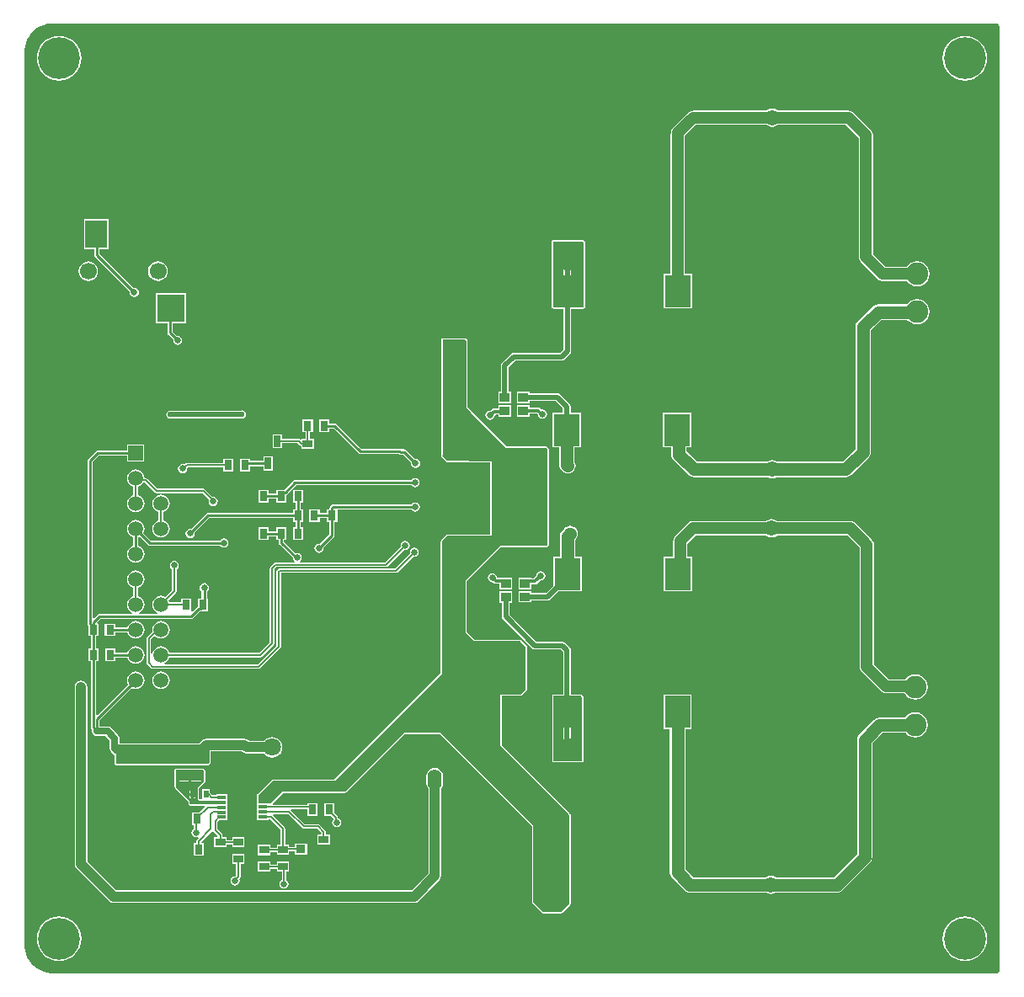
<source format=gtl>
G04*
G04 #@! TF.GenerationSoftware,Altium Limited,Altium Designer,20.0.13 (296)*
G04*
G04 Layer_Physical_Order=1*
G04 Layer_Color=255*
%FSLAX25Y25*%
%MOIN*%
G70*
G01*
G75*
%ADD12C,0.00500*%
%ADD13C,0.01000*%
%ADD18C,0.00700*%
%ADD19C,0.01378*%
%ADD30R,0.02165X0.03150*%
%ADD41C,0.07087*%
%ADD47R,0.02756X0.04528*%
%ADD48R,0.03000X0.03937*%
%ADD49R,0.10236X0.12598*%
%ADD50R,0.08661X0.11024*%
%ADD51R,0.07874X0.11024*%
%ADD52R,0.11024X0.11024*%
%ADD53R,0.03937X0.03000*%
%ADD54R,0.06614X0.07402*%
%ADD55R,0.03543X0.01201*%
%ADD56R,0.08661X0.03543*%
%ADD57R,0.07087X0.03150*%
%ADD58R,0.03740X0.03347*%
%ADD59R,0.05512X0.05118*%
%ADD60R,0.03937X0.03543*%
%ADD61C,0.02000*%
%ADD62C,0.05000*%
%ADD63C,0.03937*%
%ADD64C,0.04500*%
%ADD65C,0.03150*%
%ADD66C,0.02756*%
%ADD67C,0.00701*%
%ADD68O,0.05512X0.08268*%
%ADD69C,0.08858*%
%ADD70R,0.05906X0.05906*%
%ADD71C,0.05906*%
%ADD72C,0.16535*%
%ADD73C,0.06201*%
%ADD74C,0.06693*%
%ADD75C,0.02559*%
%ADD76C,0.02205*%
%ADD77C,0.05000*%
%ADD78C,0.05118*%
G36*
X387099Y377968D02*
X387335Y377870D01*
X387548Y377728D01*
X387728Y377548D01*
X387870Y377335D01*
X387968Y377099D01*
X388018Y376849D01*
Y376721D01*
Y3329D01*
Y3201D01*
X387968Y2951D01*
X387870Y2715D01*
X387728Y2502D01*
X387548Y2322D01*
X387335Y2180D01*
X387099Y2082D01*
X386849Y2032D01*
X13329D01*
X12589Y2032D01*
X11120Y2225D01*
X9690Y2609D01*
X8322Y3175D01*
X7039Y3916D01*
X5864Y4817D01*
X4817Y5864D01*
X3916Y7039D01*
X3175Y8322D01*
X2609Y9690D01*
X2225Y11120D01*
X2032Y12589D01*
Y13329D01*
Y366721D01*
Y367461D01*
X2225Y368930D01*
X2609Y370360D01*
X3175Y371728D01*
X3916Y373011D01*
X4817Y374186D01*
X5864Y375233D01*
X7039Y376134D01*
X8322Y376875D01*
X9690Y377441D01*
X11120Y377825D01*
X12589Y378018D01*
X386849D01*
X387099Y377968D01*
D02*
G37*
%LPC*%
G36*
X374303Y373074D02*
X372582Y372904D01*
X370927Y372402D01*
X369402Y371587D01*
X368065Y370490D01*
X366968Y369153D01*
X366153Y367628D01*
X365651Y365973D01*
X365481Y364252D01*
X365651Y362531D01*
X366153Y360876D01*
X366968Y359351D01*
X368065Y358014D01*
X369402Y356917D01*
X370927Y356101D01*
X372582Y355599D01*
X374303Y355430D01*
X376024Y355599D01*
X377679Y356101D01*
X379204Y356917D01*
X380541Y358014D01*
X381638Y359351D01*
X382454Y360876D01*
X382956Y362531D01*
X383125Y364252D01*
X382956Y365973D01*
X382454Y367628D01*
X381638Y369153D01*
X380541Y370490D01*
X379204Y371587D01*
X377679Y372402D01*
X376024Y372904D01*
X374303Y373074D01*
D02*
G37*
G36*
X15748D02*
X14027Y372904D01*
X12372Y372402D01*
X10847Y371587D01*
X9510Y370490D01*
X8413Y369153D01*
X7598Y367628D01*
X7096Y365973D01*
X6926Y364252D01*
X7096Y362531D01*
X7598Y360876D01*
X8413Y359351D01*
X9510Y358014D01*
X10847Y356917D01*
X12372Y356101D01*
X14027Y355599D01*
X15748Y355430D01*
X17469Y355599D01*
X19124Y356101D01*
X20649Y356917D01*
X21986Y358014D01*
X23083Y359351D01*
X23899Y360876D01*
X24400Y362531D01*
X24570Y364252D01*
X24400Y365973D01*
X23899Y367628D01*
X23083Y369153D01*
X21986Y370490D01*
X20649Y371587D01*
X19124Y372402D01*
X17469Y372904D01*
X15748Y373074D01*
D02*
G37*
G36*
X223110Y292184D02*
X211360D01*
X211258Y292142D01*
X211148Y292142D01*
X211070Y292064D01*
X210968Y292022D01*
X210959Y291998D01*
X210882Y291921D01*
X210858Y291912D01*
X210816Y291810D01*
X210738Y291732D01*
X210738Y291622D01*
X210696Y291520D01*
Y266154D01*
X210728Y266075D01*
X210720Y265991D01*
X210860Y265537D01*
X210878Y265515D01*
Y265487D01*
X211010Y265355D01*
X211064Y265290D01*
X211069Y265278D01*
X211076Y265275D01*
X211130Y265210D01*
X211158Y265207D01*
X211177Y265188D01*
X211248Y265158D01*
X211358D01*
X211460Y265116D01*
X215401D01*
Y248973D01*
X214048Y247620D01*
X195678D01*
X195088Y247502D01*
X194588Y247168D01*
X194588Y247168D01*
X191010Y243590D01*
X190676Y243090D01*
X190559Y242500D01*
X190559Y242500D01*
Y232241D01*
X189620D01*
Y227674D01*
X194580D01*
Y232241D01*
X193641D01*
Y241862D01*
X196317Y244537D01*
X214686D01*
X214686Y244537D01*
X215276Y244654D01*
X215776Y244988D01*
X218032Y247244D01*
X218032Y247244D01*
X218367Y247744D01*
X218484Y248334D01*
X218484Y248334D01*
Y265116D01*
X223400D01*
X223502Y265158D01*
X223612Y265158D01*
X223690Y265236D01*
X223792Y265278D01*
X223801Y265302D01*
X223878Y265379D01*
X223902Y265388D01*
X223944Y265490D01*
X224022Y265568D01*
X224022Y265678D01*
X224064Y265780D01*
Y291230D01*
X223902Y291621D01*
X223501Y292022D01*
X223224Y292137D01*
X223110Y292184D01*
D02*
G37*
G36*
X54880Y283861D02*
X53873Y283729D01*
X52934Y283340D01*
X52128Y282722D01*
X51510Y281916D01*
X51121Y280977D01*
X50989Y279970D01*
X51121Y278963D01*
X51510Y278024D01*
X52128Y277218D01*
X52934Y276600D01*
X53873Y276211D01*
X54880Y276079D01*
X55887Y276211D01*
X56826Y276600D01*
X57632Y277218D01*
X58250Y278024D01*
X58639Y278963D01*
X58772Y279970D01*
X58639Y280977D01*
X58250Y281916D01*
X57632Y282722D01*
X56826Y283340D01*
X55887Y283729D01*
X54880Y283861D01*
D02*
G37*
G36*
X27321D02*
X26314Y283729D01*
X25375Y283340D01*
X24569Y282722D01*
X23951Y281916D01*
X23562Y280977D01*
X23429Y279970D01*
X23562Y278963D01*
X23951Y278024D01*
X24569Y277218D01*
X25375Y276600D01*
X26314Y276211D01*
X27321Y276079D01*
X28328Y276211D01*
X29267Y276600D01*
X30073Y277218D01*
X30691Y278024D01*
X31080Y278963D01*
X31212Y279970D01*
X31080Y280977D01*
X30691Y281916D01*
X30073Y282722D01*
X29267Y283340D01*
X28328Y283729D01*
X27321Y283861D01*
D02*
G37*
G36*
X298054Y344333D02*
X297111Y344209D01*
X296232Y343845D01*
X295751Y343476D01*
X266690D01*
X266330Y343428D01*
X265969Y343381D01*
X265297Y343102D01*
X264720Y342660D01*
X258830Y336770D01*
X258388Y336193D01*
X258109Y335521D01*
X258104Y335480D01*
X257952Y335114D01*
X257905Y334754D01*
X257857Y334393D01*
Y278811D01*
X255013D01*
Y265189D01*
X266273D01*
Y278811D01*
X263429D01*
Y333489D01*
X267844Y337904D01*
X295751D01*
X296232Y337535D01*
X297111Y337171D01*
X298054Y337047D01*
X298997Y337171D01*
X299876Y337535D01*
X300358Y337904D01*
X327156D01*
X332314Y332746D01*
Y285540D01*
X332362Y285179D01*
X332409Y284819D01*
X332688Y284147D01*
X333130Y283570D01*
X339820Y276880D01*
X340397Y276438D01*
X341069Y276159D01*
X341429Y276112D01*
X341790Y276064D01*
X351304D01*
X351870Y275326D01*
X352902Y274534D01*
X354104Y274036D01*
X355394Y273866D01*
X356684Y274036D01*
X357886Y274534D01*
X358918Y275326D01*
X359710Y276358D01*
X360208Y277560D01*
X360378Y278850D01*
X360208Y280140D01*
X359710Y281342D01*
X358918Y282374D01*
X357886Y283166D01*
X356684Y283664D01*
X355394Y283834D01*
X354104Y283664D01*
X352902Y283166D01*
X351870Y282374D01*
X351304Y281636D01*
X342944D01*
X337886Y286694D01*
Y333900D01*
X337791Y334621D01*
X337512Y335293D01*
X337070Y335870D01*
X330280Y342660D01*
X329703Y343102D01*
X329031Y343381D01*
X328671Y343428D01*
X328310Y343476D01*
X300358D01*
X299876Y343845D01*
X298997Y344209D01*
X298054Y344333D01*
D02*
G37*
G36*
X35313Y300561D02*
X25628D01*
Y288513D01*
X29688D01*
Y286320D01*
X29767Y285925D01*
X29991Y285591D01*
X43764Y271816D01*
X43704Y271510D01*
X43843Y270811D01*
X44238Y270218D01*
X44831Y269823D01*
X45530Y269684D01*
X46229Y269823D01*
X46821Y270218D01*
X47217Y270811D01*
X47356Y271510D01*
X47217Y272209D01*
X46821Y272801D01*
X46229Y273197D01*
X45530Y273336D01*
X45224Y273275D01*
X31752Y286747D01*
Y288513D01*
X35313D01*
Y300561D01*
D02*
G37*
G36*
X355394Y268834D02*
X354104Y268664D01*
X352902Y268166D01*
X351870Y267374D01*
X351451Y266828D01*
X339902D01*
X339115Y266724D01*
X338383Y266421D01*
X337754Y265938D01*
X331952Y260137D01*
X331469Y259507D01*
X331166Y258775D01*
X331062Y257988D01*
Y209658D01*
X325942Y204538D01*
X300029D01*
X299876Y204655D01*
X298997Y205019D01*
X298054Y205143D01*
X297111Y205019D01*
X296232Y204655D01*
X296079Y204538D01*
X268258D01*
X264088Y208708D01*
Y210189D01*
X266034D01*
Y223811D01*
X254775D01*
Y210189D01*
X258012D01*
Y207450D01*
X258116Y206664D01*
X258419Y205931D01*
X258902Y205302D01*
X264852Y199352D01*
X265481Y198869D01*
X266214Y198566D01*
X267000Y198462D01*
X296079D01*
X296232Y198345D01*
X297111Y197981D01*
X298054Y197857D01*
X298997Y197981D01*
X299876Y198345D01*
X300029Y198462D01*
X327200D01*
X327986Y198566D01*
X328719Y198869D01*
X329348Y199352D01*
X336248Y206252D01*
X336731Y206881D01*
X337034Y207614D01*
X337138Y208400D01*
Y256730D01*
X341160Y260752D01*
X351543D01*
X351870Y260326D01*
X352902Y259534D01*
X354104Y259036D01*
X355394Y258866D01*
X356684Y259036D01*
X357886Y259534D01*
X358918Y260326D01*
X359710Y261358D01*
X360208Y262560D01*
X360378Y263850D01*
X360208Y265140D01*
X359710Y266342D01*
X358918Y267374D01*
X357886Y268166D01*
X356684Y268664D01*
X355394Y268834D01*
D02*
G37*
G36*
X176428Y253431D02*
X168120Y253424D01*
X167680D01*
X167578Y253382D01*
X167468Y253382D01*
X167390Y253349D01*
X167390Y253349D01*
X167390D01*
X167312Y253272D01*
X167288Y253262D01*
X167279Y253238D01*
X167202Y253161D01*
X167178Y253151D01*
X167168Y253128D01*
X167090Y253050D01*
Y253050D01*
X167090Y253050D01*
X167058Y252972D01*
Y252862D01*
X167016Y252760D01*
Y207100D01*
X167006Y207090D01*
X166974Y207012D01*
X166974Y206902D01*
X166964Y206878D01*
X166974Y206854D01*
Y206746D01*
X166964Y206722D01*
X166974Y206698D01*
X166974Y206588D01*
X167006Y206510D01*
X167084Y206432D01*
X167126Y206330D01*
X168940Y204516D01*
X169033Y204478D01*
X169034Y204477D01*
X169043Y204473D01*
X169120Y204396D01*
X169213Y204358D01*
X169307Y204318D01*
X169417Y204318D01*
X169519Y204276D01*
X186396Y204227D01*
Y175694D01*
X169410D01*
X169308Y175652D01*
X169198D01*
X169010Y175574D01*
X168932Y175496D01*
X168830Y175454D01*
X167080Y173704D01*
X167038Y173602D01*
X166960Y173524D01*
X166882Y173336D01*
Y173226D01*
X166840Y173124D01*
Y120844D01*
X124750Y78754D01*
X114181D01*
X114153Y78742D01*
X114124Y78751D01*
X113677Y78705D01*
X100352D01*
X99960Y78542D01*
X94306Y72889D01*
X94066D01*
Y72479D01*
X94024Y72377D01*
Y69208D01*
X94066Y69106D01*
Y66727D01*
Y62790D01*
X98633D01*
Y63024D01*
X99454D01*
X103518Y58959D01*
Y52912D01*
X101916D01*
Y51679D01*
X99480D01*
Y52812D01*
X94520D01*
Y48788D01*
X99480D01*
Y49921D01*
X101916D01*
Y48888D01*
X106877D01*
Y50339D01*
X109118D01*
Y49033D01*
X113882D01*
Y53403D01*
X109118D01*
Y52097D01*
X106877D01*
Y52912D01*
X105275D01*
Y59323D01*
X105208Y59660D01*
X105018Y59945D01*
X105018Y59945D01*
X100471Y64492D01*
X100483Y64627D01*
X100638Y64992D01*
X106475D01*
X111958Y59508D01*
X112244Y59318D01*
X112580Y59251D01*
X117908D01*
X119547Y57612D01*
X119443Y57112D01*
X118020D01*
Y53088D01*
X122980D01*
Y57112D01*
X121379D01*
Y57902D01*
X121312Y58239D01*
X121122Y58524D01*
X118894Y60752D01*
X118609Y60942D01*
X118272Y61009D01*
X112944D01*
X107493Y66460D01*
X107505Y66597D01*
X107661Y66960D01*
X113988D01*
Y64320D01*
X118012D01*
Y69280D01*
X113988D01*
Y68718D01*
X100509D01*
X100302Y69218D01*
X104480Y73397D01*
X125481D01*
X125728Y73294D01*
X126095Y73446D01*
X129090D01*
X129192Y73488D01*
X129302D01*
X129490Y73566D01*
X129568Y73644D01*
X129670Y73686D01*
X141134Y85151D01*
X141134Y85151D01*
X152538Y96555D01*
X152538Y96555D01*
X152538Y96555D01*
X152676Y96693D01*
X166584D01*
X202929Y60348D01*
X202976Y60300D01*
Y30300D01*
X203018Y30198D01*
X203018Y30088D01*
X203096Y29900D01*
X203174Y29822D01*
X203216Y29720D01*
X205088Y27848D01*
X206960Y25976D01*
X207062Y25934D01*
X207140Y25856D01*
X207328Y25778D01*
X207438D01*
X207540Y25736D01*
X214400D01*
X214502Y25778D01*
X214612Y25778D01*
X214800Y25856D01*
X214878Y25934D01*
X214980Y25976D01*
X218124Y29120D01*
X218166Y29222D01*
X218244Y29300D01*
X218322Y29488D01*
Y29598D01*
X218364Y29700D01*
Y64460D01*
X218322Y64562D01*
Y64672D01*
X218244Y64860D01*
X218166Y64938D01*
X218124Y65040D01*
X190964Y92199D01*
Y111856D01*
X198450D01*
X198552Y111898D01*
X198662D01*
X198850Y111976D01*
X198928Y112054D01*
X199030Y112096D01*
X200834Y113900D01*
X200870Y113989D01*
X200870Y113989D01*
X200876Y114002D01*
X200954Y114080D01*
X201032Y114268D01*
X201032Y114378D01*
X201074Y114480D01*
X201076Y131248D01*
X201038Y131341D01*
X201038Y131341D01*
Y131343D01*
X201034Y131352D01*
X201034Y131460D01*
X200995Y131553D01*
X200995Y131553D01*
X200958Y131645D01*
X200882Y131722D01*
X200878Y131732D01*
X200876Y131733D01*
X200839Y131825D01*
X198911Y133782D01*
X198818Y133821D01*
X198817Y133822D01*
X198817Y133822D01*
X198816Y133824D01*
X198804Y133828D01*
X198728Y133905D01*
X198638Y133942D01*
X198547Y133980D01*
X198440Y133981D01*
X198429Y133986D01*
X198427Y133986D01*
X198427Y133986D01*
X198426Y133985D01*
X198424Y133986D01*
X198424Y133986D01*
X198332Y134024D01*
X180420D01*
X177124Y137320D01*
Y147365D01*
X177124Y157411D01*
X190470Y170756D01*
X193072D01*
Y170729D01*
X199608D01*
Y170756D01*
X208930D01*
X209032Y170798D01*
X209142Y170798D01*
X209220Y170830D01*
X209220Y170831D01*
X209220D01*
X209298Y170908D01*
X209321Y170918D01*
X209331Y170942D01*
X209408Y171019D01*
X209432Y171028D01*
X209442Y171052D01*
X209520Y171130D01*
Y171130D01*
X209520Y171130D01*
X209552Y171208D01*
Y171318D01*
X209594Y171420D01*
Y209616D01*
X209432Y210007D01*
X208977Y210462D01*
X208586Y210624D01*
X208439D01*
Y210741D01*
X201904D01*
Y210624D01*
X199761D01*
Y210721D01*
X193225D01*
Y210721D01*
X192738Y210752D01*
X192738Y210752D01*
X178993Y224504D01*
X177446Y226051D01*
X177446Y236466D01*
X177446Y252413D01*
X177404Y252515D01*
X177404Y252626D01*
X177367Y252715D01*
X177289Y252792D01*
X177247Y252894D01*
X176911Y253231D01*
X176820Y253269D01*
X176820Y253269D01*
X176809Y253273D01*
X176731Y253351D01*
X176640Y253389D01*
X176531Y253389D01*
X176520Y253393D01*
X176519Y253393D01*
X176428Y253431D01*
D02*
G37*
G36*
X66022Y271427D02*
X53974D01*
Y259379D01*
X58708D01*
Y255480D01*
X58787Y255085D01*
X59010Y254750D01*
X60949Y252811D01*
X60888Y252505D01*
X61027Y251806D01*
X61423Y251213D01*
X62016Y250817D01*
X62715Y250678D01*
X63414Y250817D01*
X64006Y251213D01*
X64402Y251806D01*
X64541Y252505D01*
X64402Y253204D01*
X64006Y253796D01*
X63414Y254192D01*
X62715Y254331D01*
X62408Y254270D01*
X60772Y255907D01*
Y259379D01*
X66022D01*
Y271427D01*
D02*
G37*
G36*
X88190Y224896D02*
X87560Y224770D01*
X87412Y224671D01*
X60285D01*
X59760Y224776D01*
X59130Y224651D01*
X58596Y224294D01*
X58240Y223760D01*
X58114Y223130D01*
X58240Y222500D01*
X58596Y221966D01*
X59130Y221609D01*
X59760Y221484D01*
X60285Y221589D01*
X88070D01*
X88070Y221589D01*
X88169Y221608D01*
X88190Y221604D01*
X88820Y221729D01*
X89354Y222086D01*
X89710Y222620D01*
X89836Y223250D01*
X89710Y223880D01*
X89354Y224414D01*
X88820Y224770D01*
X88190Y224896D01*
D02*
G37*
G36*
X194580Y226926D02*
X189620D01*
Y225625D01*
X188065D01*
X187596Y225532D01*
X187199Y225266D01*
X186544Y224611D01*
X186278Y224664D01*
X185579Y224525D01*
X184987Y224130D01*
X184591Y223537D01*
X184452Y222838D01*
X184591Y222139D01*
X184987Y221547D01*
X185579Y221151D01*
X186278Y221012D01*
X186977Y221151D01*
X187570Y221547D01*
X187966Y222139D01*
X188073Y222677D01*
X188572Y223176D01*
X189620D01*
Y222359D01*
X194580D01*
Y226926D01*
D02*
G37*
G36*
X201880Y227026D02*
X196920D01*
Y222459D01*
X201880D01*
Y223518D01*
X205027D01*
X205286Y223259D01*
X205393Y222721D01*
X205788Y222129D01*
X206381Y221733D01*
X207080Y221594D01*
X207779Y221733D01*
X208371Y222129D01*
X208767Y222721D01*
X208906Y223420D01*
X208767Y224119D01*
X208371Y224711D01*
X207779Y225107D01*
X207080Y225246D01*
X206814Y225194D01*
X206399Y225608D01*
X206002Y225874D01*
X205534Y225967D01*
X201880D01*
Y227026D01*
D02*
G37*
G36*
X116220Y221183D02*
X112196D01*
Y216223D01*
X113330D01*
Y213664D01*
X111728D01*
Y213408D01*
X111266Y213217D01*
X111180Y213302D01*
X110895Y213493D01*
X110559Y213560D01*
X104098D01*
Y215456D01*
X100319D01*
Y209905D01*
X104098D01*
Y211802D01*
X110195D01*
X110967Y211030D01*
X111252Y210840D01*
X111588Y210773D01*
X111728D01*
Y209640D01*
X116689D01*
Y213664D01*
X115087D01*
Y216223D01*
X116220D01*
Y221183D01*
D02*
G37*
G36*
X100358Y206598D02*
X96578D01*
Y204854D01*
X91420D01*
Y205672D01*
X87396D01*
Y200711D01*
X91420D01*
Y202791D01*
X96578D01*
Y201047D01*
X100358D01*
Y206598D01*
D02*
G37*
G36*
X49545Y211445D02*
X42615D01*
Y209012D01*
X31090D01*
X30695Y208933D01*
X30360Y208710D01*
X27360Y205710D01*
X27137Y205375D01*
X27058Y204980D01*
Y140350D01*
X27137Y139955D01*
X27248Y139788D01*
Y139448D01*
X27268Y139349D01*
Y135500D01*
X28248D01*
Y130530D01*
X27388D01*
Y125570D01*
X28368D01*
Y99316D01*
X28447Y98921D01*
X28670Y98586D01*
X28879Y98378D01*
X28764Y97800D01*
X28903Y97101D01*
X29298Y96509D01*
X29891Y96113D01*
X29938Y96103D01*
X30063Y96020D01*
X30800Y95873D01*
X34132D01*
X35873Y94132D01*
Y91114D01*
X36020Y90377D01*
X36438Y89752D01*
X37846Y88344D01*
Y85000D01*
X38008Y84608D01*
X38400Y84446D01*
X74600D01*
X74992Y84608D01*
X75692Y85308D01*
X75854Y85700D01*
Y89871D01*
X88076D01*
X88236Y89712D01*
X89056Y89164D01*
X90024Y88971D01*
X96929D01*
X97208Y88608D01*
X98055Y87958D01*
X99041Y87549D01*
X100100Y87410D01*
X101159Y87549D01*
X102145Y87958D01*
X102992Y88608D01*
X103642Y89455D01*
X104051Y90441D01*
X104190Y91500D01*
X104051Y92559D01*
X103642Y93545D01*
X102992Y94392D01*
X102145Y95042D01*
X101159Y95451D01*
X100100Y95590D01*
X99041Y95451D01*
X98055Y95042D01*
X97208Y94392D01*
X96929Y94029D01*
X91071D01*
X90912Y94188D01*
X90092Y94736D01*
X89124Y94929D01*
X74088D01*
X73120Y94736D01*
X72300Y94188D01*
X71166Y93054D01*
X39727D01*
Y94930D01*
X39580Y95667D01*
X39162Y96292D01*
X36292Y99162D01*
X35667Y99580D01*
X34930Y99727D01*
X31622D01*
Y102063D01*
X44460Y114901D01*
X45176Y114605D01*
X46080Y114486D01*
X46984Y114605D01*
X47827Y114954D01*
X48551Y115509D01*
X49106Y116233D01*
X49455Y117076D01*
X49575Y117980D01*
X49455Y118884D01*
X49106Y119727D01*
X48551Y120451D01*
X47827Y121006D01*
X46984Y121355D01*
X46080Y121475D01*
X45176Y121355D01*
X44333Y121006D01*
X43609Y120451D01*
X43054Y119727D01*
X42705Y118884D01*
X42586Y117980D01*
X42705Y117076D01*
X43001Y116360D01*
X30894Y104253D01*
X30432Y104444D01*
Y125570D01*
X31412D01*
Y130530D01*
X30312D01*
Y135500D01*
X31292D01*
Y140460D01*
X31023D01*
X30831Y140922D01*
X32107Y142198D01*
X68050D01*
X68445Y142277D01*
X68779Y142500D01*
X71609Y145330D01*
X71650D01*
X71750Y145350D01*
X74662D01*
Y150310D01*
X74262D01*
Y153255D01*
X74521Y153428D01*
X74917Y154021D01*
X75056Y154720D01*
X74917Y155419D01*
X74521Y156011D01*
X73929Y156407D01*
X73230Y156546D01*
X72531Y156407D01*
X71939Y156011D01*
X71543Y155419D01*
X71404Y154720D01*
X71543Y154021D01*
X71939Y153428D01*
X72198Y153255D01*
Y150310D01*
X70638D01*
Y147215D01*
X70452Y147091D01*
X68672Y145311D01*
X68521Y145309D01*
X68062Y145750D01*
X68062Y145826D01*
Y150310D01*
X64038D01*
Y148859D01*
X59459D01*
X59455Y148884D01*
X59106Y149727D01*
X59091Y149748D01*
X62001Y152659D01*
X62192Y152944D01*
X62259Y153280D01*
X62259Y153280D01*
Y161923D01*
X62672Y162198D01*
X63067Y162791D01*
X63206Y163490D01*
X63067Y164189D01*
X62672Y164781D01*
X62079Y165177D01*
X61380Y165316D01*
X60681Y165177D01*
X60088Y164781D01*
X59693Y164189D01*
X59554Y163490D01*
X59693Y162791D01*
X60088Y162198D01*
X60501Y161923D01*
Y153644D01*
X57848Y150990D01*
X57827Y151006D01*
X56984Y151355D01*
X56080Y151474D01*
X55176Y151355D01*
X54333Y151006D01*
X53609Y150451D01*
X53054Y149727D01*
X52705Y148884D01*
X52586Y147980D01*
X52705Y147076D01*
X53054Y146233D01*
X53609Y145509D01*
X54333Y144954D01*
X54796Y144762D01*
X54697Y144262D01*
X47463D01*
X47363Y144762D01*
X47827Y144954D01*
X48551Y145509D01*
X49106Y146233D01*
X49455Y147076D01*
X49575Y147980D01*
X49455Y148884D01*
X49106Y149727D01*
X48551Y150451D01*
X47827Y151006D01*
X46984Y151355D01*
X46959Y151359D01*
Y154601D01*
X46984Y154605D01*
X47827Y154954D01*
X48551Y155509D01*
X49106Y156233D01*
X49455Y157076D01*
X49575Y157980D01*
X49455Y158884D01*
X49106Y159727D01*
X48551Y160451D01*
X47827Y161006D01*
X46984Y161355D01*
X46080Y161475D01*
X45176Y161355D01*
X44333Y161006D01*
X43609Y160451D01*
X43054Y159727D01*
X42705Y158884D01*
X42586Y157980D01*
X42705Y157076D01*
X43054Y156233D01*
X43609Y155509D01*
X44333Y154954D01*
X45176Y154605D01*
X45201Y154601D01*
Y151359D01*
X45176Y151355D01*
X44333Y151006D01*
X43609Y150451D01*
X43054Y149727D01*
X42705Y148884D01*
X42586Y147980D01*
X42705Y147076D01*
X43054Y146233D01*
X43609Y145509D01*
X44333Y144954D01*
X44796Y144762D01*
X44697Y144262D01*
X31680D01*
X31285Y144183D01*
X30950Y143959D01*
X29584Y142593D01*
X29122Y142784D01*
Y204553D01*
X31517Y206948D01*
X42615D01*
Y204515D01*
X49545D01*
Y211445D01*
D02*
G37*
G36*
X84820Y205672D02*
X80796D01*
Y204070D01*
X66332D01*
X66332Y204070D01*
X65996Y204003D01*
X65711Y203813D01*
X65379Y203487D01*
X64680Y203626D01*
X63981Y203487D01*
X63389Y203092D01*
X62993Y202499D01*
X62854Y201800D01*
X62993Y201101D01*
X63389Y200508D01*
X63981Y200113D01*
X64680Y199974D01*
X65379Y200113D01*
X65971Y200508D01*
X66367Y201101D01*
X66506Y201800D01*
X66487Y201900D01*
X66846Y202313D01*
X80796D01*
Y200711D01*
X84820D01*
Y205672D01*
D02*
G37*
G36*
X122820Y221183D02*
X118796D01*
Y216223D01*
X122820D01*
Y217671D01*
X124410D01*
X134281Y207801D01*
X134615Y207577D01*
X135010Y207498D01*
X150283D01*
X150285Y207497D01*
X150680Y207418D01*
X151923D01*
X155095Y204246D01*
X155034Y203940D01*
X155173Y203241D01*
X155569Y202648D01*
X156161Y202253D01*
X156860Y202114D01*
X157559Y202253D01*
X158151Y202648D01*
X158547Y203241D01*
X158686Y203940D01*
X158547Y204639D01*
X158151Y205231D01*
X157559Y205627D01*
X156860Y205766D01*
X156553Y205705D01*
X153079Y209179D01*
X152745Y209403D01*
X152350Y209482D01*
X150997D01*
X150995Y209483D01*
X150600Y209562D01*
X135437D01*
X125566Y219432D01*
X125232Y219656D01*
X124837Y219735D01*
X122820D01*
Y221183D01*
D02*
G37*
G36*
X201880Y232341D02*
X196920D01*
Y227774D01*
X201880D01*
Y228516D01*
X212402D01*
X215162Y225756D01*
Y223811D01*
X211074D01*
Y210189D01*
X213666D01*
Y203396D01*
X213769Y202610D01*
X214073Y201877D01*
X214556Y201248D01*
X214662Y201142D01*
X214940Y200780D01*
X215581Y200288D01*
X216328Y199978D01*
X217130Y199873D01*
X217932Y199978D01*
X218679Y200288D01*
X219320Y200780D01*
X219812Y201421D01*
X220122Y202168D01*
X220227Y202970D01*
X220122Y203772D01*
X219812Y204519D01*
X219742Y204611D01*
Y210189D01*
X222334D01*
Y223811D01*
X218245D01*
Y226395D01*
X218245Y226395D01*
X218128Y226985D01*
X217794Y227485D01*
X217794Y227485D01*
X214131Y231147D01*
X213631Y231482D01*
X213041Y231599D01*
X213041Y231599D01*
X201880D01*
Y232341D01*
D02*
G37*
G36*
X156700Y198006D02*
X156001Y197867D01*
X155409Y197471D01*
X155235Y197212D01*
X109191D01*
X108796Y197133D01*
X108462Y196909D01*
X104867Y193315D01*
X104826D01*
X104726Y193295D01*
X101814D01*
Y191902D01*
X98838D01*
Y193350D01*
X94815D01*
Y188390D01*
X98838D01*
Y189838D01*
X101814D01*
Y188335D01*
X105838D01*
Y191429D01*
X106024Y191554D01*
X108019Y193549D01*
X108414Y193237D01*
X108414Y192819D01*
Y188335D01*
X109394D01*
Y185675D01*
X108265D01*
Y184227D01*
X74695D01*
X74300Y184148D01*
X73966Y183925D01*
X67957Y177916D01*
X67650Y177976D01*
X66951Y177837D01*
X66359Y177442D01*
X65963Y176849D01*
X65824Y176150D01*
X65963Y175451D01*
X66359Y174858D01*
X66951Y174463D01*
X67650Y174324D01*
X68349Y174463D01*
X68941Y174858D01*
X69337Y175451D01*
X69476Y176150D01*
X69415Y176456D01*
X75122Y182164D01*
X108265D01*
Y180715D01*
X109362D01*
Y178572D01*
X108381D01*
Y173611D01*
X112405D01*
Y178572D01*
X111425D01*
Y180715D01*
X112289D01*
Y185675D01*
X111458D01*
Y188335D01*
X112438D01*
Y193295D01*
X108911D01*
X108472Y193295D01*
X108160Y193690D01*
X109618Y195148D01*
X155235D01*
X155409Y194888D01*
X156001Y194493D01*
X156700Y194354D01*
X157399Y194493D01*
X157992Y194888D01*
X158387Y195481D01*
X158526Y196180D01*
X158387Y196879D01*
X157992Y197471D01*
X157399Y197867D01*
X156700Y198006D01*
D02*
G37*
G36*
X46080Y201474D02*
X45176Y201355D01*
X44333Y201006D01*
X43609Y200451D01*
X43054Y199727D01*
X42705Y198884D01*
X42586Y197980D01*
X42705Y197076D01*
X43054Y196233D01*
X43609Y195509D01*
X44333Y194954D01*
X45176Y194605D01*
X45201Y194601D01*
Y191359D01*
X45176Y191355D01*
X44333Y191006D01*
X43609Y190451D01*
X43054Y189727D01*
X42705Y188884D01*
X42586Y187980D01*
X42705Y187076D01*
X43054Y186233D01*
X43609Y185509D01*
X44333Y184954D01*
X45176Y184605D01*
X46080Y184485D01*
X46984Y184605D01*
X47827Y184954D01*
X48551Y185509D01*
X49106Y186233D01*
X49455Y187076D01*
X49575Y187980D01*
X49455Y188884D01*
X49106Y189727D01*
X48551Y190451D01*
X47827Y191006D01*
X46984Y191355D01*
X46959Y191359D01*
Y194601D01*
X46984Y194605D01*
X47827Y194954D01*
X48551Y195509D01*
X49106Y196233D01*
X49125Y196279D01*
X49719D01*
X53669Y192329D01*
X53669Y192329D01*
X53954Y192138D01*
X54290Y192071D01*
X54290Y192071D01*
X72556D01*
X75103Y189524D01*
X75093Y189509D01*
X74954Y188810D01*
X75093Y188111D01*
X75489Y187519D01*
X76081Y187123D01*
X76780Y186984D01*
X77479Y187123D01*
X78071Y187519D01*
X78467Y188111D01*
X78606Y188810D01*
X78467Y189509D01*
X78071Y190102D01*
X77479Y190497D01*
X76780Y190636D01*
X76527Y190586D01*
X73541Y193571D01*
X73256Y193762D01*
X72920Y193829D01*
X54654D01*
X50704Y197779D01*
X50419Y197969D01*
X50083Y198036D01*
X49567D01*
X49455Y198884D01*
X49106Y199727D01*
X48551Y200451D01*
X47827Y201006D01*
X46984Y201355D01*
X46080Y201474D01*
D02*
G37*
G36*
X156820Y188426D02*
X156121Y188287D01*
X155528Y187891D01*
X155462Y187792D01*
X124462D01*
X124067Y187713D01*
X123732Y187489D01*
X123147Y186904D01*
X122923Y186569D01*
X122845Y186174D01*
Y185710D01*
X121864D01*
Y184262D01*
X118889D01*
Y185675D01*
X114865D01*
Y180715D01*
X118889D01*
Y182198D01*
X121864D01*
Y180750D01*
X122748D01*
Y175807D01*
X118906Y171966D01*
X118600Y172026D01*
X117901Y171887D01*
X117308Y171492D01*
X116913Y170899D01*
X116774Y170200D01*
X116913Y169501D01*
X117308Y168909D01*
X117901Y168513D01*
X118600Y168374D01*
X119299Y168513D01*
X119892Y168909D01*
X120287Y169501D01*
X120426Y170200D01*
X120366Y170507D01*
X124510Y174651D01*
X124733Y174985D01*
X124812Y175380D01*
Y180750D01*
X125888D01*
Y185710D01*
X126381Y185728D01*
X155248D01*
X155528Y185309D01*
X156121Y184913D01*
X156820Y184774D01*
X157519Y184913D01*
X158112Y185309D01*
X158507Y185901D01*
X158646Y186600D01*
X158507Y187299D01*
X158112Y187891D01*
X157519Y188287D01*
X156820Y188426D01*
D02*
G37*
G36*
X105805Y178572D02*
X101782D01*
Y177123D01*
X98795D01*
Y178515D01*
X94771D01*
Y173555D01*
X98795D01*
Y175060D01*
X101782D01*
Y173611D01*
X102762D01*
Y172415D01*
X102840Y172020D01*
X103064Y171685D01*
X108216Y166533D01*
X108214Y166520D01*
X108353Y165821D01*
X108748Y165228D01*
X108913Y165119D01*
X108761Y164619D01*
X101410D01*
X101074Y164552D01*
X100789Y164361D01*
X100789Y164361D01*
X99409Y162981D01*
X99218Y162696D01*
X99151Y162360D01*
Y132944D01*
X95066Y128859D01*
X59459D01*
X59455Y128884D01*
X59106Y129727D01*
X58551Y130451D01*
X57827Y131006D01*
X56984Y131355D01*
X56080Y131474D01*
X55176Y131355D01*
X54333Y131006D01*
X53609Y130451D01*
X53054Y129727D01*
X52705Y128884D01*
X52669Y128612D01*
X52169Y128644D01*
Y134166D01*
X53518Y135515D01*
X53609Y135509D01*
X54333Y134954D01*
X55176Y134605D01*
X56080Y134485D01*
X56984Y134605D01*
X57827Y134954D01*
X58551Y135509D01*
X59106Y136233D01*
X59455Y137076D01*
X59575Y137980D01*
X59455Y138884D01*
X59106Y139727D01*
X58551Y140451D01*
X57827Y141006D01*
X56984Y141355D01*
X56080Y141474D01*
X55176Y141355D01*
X54333Y141006D01*
X53609Y140451D01*
X53054Y139727D01*
X52705Y138884D01*
X52586Y137980D01*
X52692Y137174D01*
X50669Y135151D01*
X50478Y134866D01*
X50411Y134530D01*
Y124920D01*
X50478Y124584D01*
X50669Y124299D01*
X52149Y122819D01*
X52149Y122819D01*
X52434Y122628D01*
X52770Y122561D01*
X52770Y122561D01*
X94710D01*
X95046Y122628D01*
X95331Y122819D01*
X103291Y130779D01*
X103482Y131064D01*
X103549Y131400D01*
Y160471D01*
X149020D01*
X149356Y160538D01*
X149641Y160729D01*
X155893Y166980D01*
X156380Y166884D01*
X157079Y167023D01*
X157671Y167419D01*
X158067Y168011D01*
X158206Y168710D01*
X158067Y169409D01*
X157671Y170001D01*
X157079Y170397D01*
X156380Y170536D01*
X155681Y170397D01*
X155088Y170001D01*
X154693Y169409D01*
X154554Y168710D01*
X154650Y168223D01*
X148656Y162229D01*
X103080D01*
X102744Y162162D01*
X102459Y161971D01*
X102049Y161561D01*
X101858Y161276D01*
X101791Y160940D01*
Y131764D01*
X94346Y124319D01*
X57601D01*
X57501Y124819D01*
X57827Y124954D01*
X58551Y125509D01*
X59106Y126233D01*
X59455Y127076D01*
X59459Y127101D01*
X95430D01*
X95766Y127168D01*
X96051Y127359D01*
X100651Y131959D01*
X100842Y132244D01*
X100909Y132580D01*
Y161996D01*
X101774Y162861D01*
X145070D01*
X145406Y162928D01*
X145691Y163119D01*
X152273Y169700D01*
X152760Y169604D01*
X153459Y169743D01*
X154051Y170139D01*
X154447Y170731D01*
X154586Y171430D01*
X154447Y172129D01*
X154051Y172722D01*
X153459Y173117D01*
X152760Y173256D01*
X152061Y173117D01*
X151469Y172722D01*
X151073Y172129D01*
X150934Y171430D01*
X151030Y170943D01*
X144706Y164619D01*
X111319D01*
X111167Y165119D01*
X111331Y165228D01*
X111727Y165821D01*
X111866Y166520D01*
X111727Y167219D01*
X111331Y167812D01*
X110739Y168207D01*
X110040Y168346D01*
X109440Y168227D01*
X104825Y172842D01*
Y173611D01*
X105805D01*
Y178572D01*
D02*
G37*
G36*
X56080Y191474D02*
X55176Y191355D01*
X54333Y191006D01*
X53609Y190451D01*
X53054Y189727D01*
X52705Y188884D01*
X52586Y187980D01*
X52705Y187076D01*
X53054Y186233D01*
X53609Y185509D01*
X54333Y184954D01*
X55176Y184605D01*
X55201Y184601D01*
Y181359D01*
X55176Y181355D01*
X54333Y181006D01*
X53609Y180451D01*
X53054Y179727D01*
X52705Y178884D01*
X52586Y177980D01*
X52705Y177076D01*
X53054Y176233D01*
X53609Y175509D01*
X54333Y174954D01*
X55176Y174605D01*
X56080Y174486D01*
X56984Y174605D01*
X57827Y174954D01*
X58551Y175509D01*
X59106Y176233D01*
X59455Y177076D01*
X59575Y177980D01*
X59455Y178884D01*
X59106Y179727D01*
X58551Y180451D01*
X57827Y181006D01*
X56984Y181355D01*
X56959Y181359D01*
Y184601D01*
X56984Y184605D01*
X57827Y184954D01*
X58551Y185509D01*
X59106Y186233D01*
X59455Y187076D01*
X59575Y187980D01*
X59455Y188884D01*
X59106Y189727D01*
X58551Y190451D01*
X57827Y191006D01*
X56984Y191355D01*
X56080Y191474D01*
D02*
G37*
G36*
X46080Y181474D02*
X45176Y181355D01*
X44333Y181006D01*
X43609Y180451D01*
X43054Y179727D01*
X42705Y178884D01*
X42586Y177980D01*
X42705Y177076D01*
X43054Y176233D01*
X43609Y175509D01*
X44333Y174954D01*
X45048Y174657D01*
Y171303D01*
X44333Y171006D01*
X43609Y170451D01*
X43054Y169727D01*
X42705Y168884D01*
X42586Y167980D01*
X42705Y167076D01*
X43054Y166233D01*
X43609Y165509D01*
X44333Y164954D01*
X45176Y164605D01*
X46080Y164486D01*
X46984Y164605D01*
X47827Y164954D01*
X48551Y165509D01*
X49106Y166233D01*
X49455Y167076D01*
X49575Y167980D01*
X49455Y168884D01*
X49106Y169727D01*
X48551Y170451D01*
X47827Y171006D01*
X47112Y171303D01*
Y174657D01*
X47700Y174901D01*
X50936Y171665D01*
X51270Y171442D01*
X51665Y171363D01*
X79477D01*
X79651Y171103D01*
X80243Y170707D01*
X80942Y170569D01*
X81641Y170707D01*
X82234Y171103D01*
X82630Y171696D01*
X82769Y172395D01*
X82630Y173094D01*
X82234Y173686D01*
X81641Y174082D01*
X80942Y174221D01*
X80243Y174082D01*
X79651Y173686D01*
X79477Y173426D01*
X52092D01*
X49159Y176360D01*
X49455Y177076D01*
X49575Y177980D01*
X49455Y178884D01*
X49106Y179727D01*
X48551Y180451D01*
X47827Y181006D01*
X46984Y181355D01*
X46080Y181474D01*
D02*
G37*
G36*
X206490Y161136D02*
X205791Y160997D01*
X205199Y160601D01*
X204803Y160009D01*
X204695Y159466D01*
X203632Y158403D01*
X202580D01*
Y158684D01*
X197620D01*
Y154116D01*
X202580D01*
Y155955D01*
X204139D01*
X204607Y156048D01*
X205005Y156313D01*
X206227Y157536D01*
X206490Y157484D01*
X207189Y157623D01*
X207782Y158019D01*
X208177Y158611D01*
X208316Y159310D01*
X208177Y160009D01*
X207782Y160601D01*
X207189Y160997D01*
X206490Y161136D01*
D02*
G37*
G36*
X187251Y160444D02*
X186552Y160306D01*
X185959Y159910D01*
X185563Y159317D01*
X185424Y158618D01*
X185563Y157919D01*
X185959Y157327D01*
X186552Y156931D01*
X187251Y156792D01*
X187517Y156845D01*
X187787Y156574D01*
X188184Y156309D01*
X188652Y156216D01*
X190120D01*
Y154074D01*
X195080D01*
Y158641D01*
X191636D01*
X191517Y158665D01*
X189160D01*
X189045Y158779D01*
X188938Y159317D01*
X188542Y159910D01*
X187950Y160306D01*
X187251Y160444D01*
D02*
G37*
G36*
X218030Y179137D02*
X217228Y179032D01*
X216481Y178722D01*
X215840Y178230D01*
X215562Y177868D01*
X214794Y177101D01*
X214312Y176471D01*
X214008Y175739D01*
X213905Y174952D01*
Y166811D01*
X211313D01*
Y155369D01*
X208570Y152627D01*
X202580D01*
Y153368D01*
X197620D01*
Y148802D01*
X202580D01*
Y149544D01*
X209208D01*
X209209Y149544D01*
X209798Y149661D01*
X210298Y149995D01*
X213492Y153189D01*
X222572D01*
Y166811D01*
X219980D01*
Y173666D01*
X220220Y173850D01*
X220712Y174491D01*
X221022Y175238D01*
X221127Y176040D01*
X221022Y176842D01*
X220712Y177589D01*
X220220Y178230D01*
X219579Y178722D01*
X218832Y179032D01*
X218030Y179137D01*
D02*
G37*
G36*
X46080Y141474D02*
X45176Y141355D01*
X44333Y141006D01*
X43609Y140451D01*
X43054Y139727D01*
X42757Y139012D01*
X37892D01*
Y140460D01*
X33868D01*
Y135500D01*
X37892D01*
Y136948D01*
X42757D01*
X43054Y136233D01*
X43609Y135509D01*
X44333Y134954D01*
X45176Y134605D01*
X46080Y134485D01*
X46984Y134605D01*
X47827Y134954D01*
X48551Y135509D01*
X49106Y136233D01*
X49455Y137076D01*
X49575Y137980D01*
X49455Y138884D01*
X49106Y139727D01*
X48551Y140451D01*
X47827Y141006D01*
X46984Y141355D01*
X46080Y141474D01*
D02*
G37*
G36*
Y131474D02*
X45176Y131355D01*
X44333Y131006D01*
X43609Y130451D01*
X43054Y129727D01*
X42757Y129012D01*
X38012D01*
Y130530D01*
X33988D01*
Y125570D01*
X38012D01*
Y126948D01*
X42757D01*
X43054Y126233D01*
X43609Y125509D01*
X44333Y124954D01*
X45176Y124605D01*
X46080Y124486D01*
X46984Y124605D01*
X47827Y124954D01*
X48551Y125509D01*
X49106Y126233D01*
X49455Y127076D01*
X49575Y127980D01*
X49455Y128884D01*
X49106Y129727D01*
X48551Y130451D01*
X47827Y131006D01*
X46984Y131355D01*
X46080Y131474D01*
D02*
G37*
G36*
X56080Y121475D02*
X55176Y121355D01*
X54333Y121006D01*
X53609Y120451D01*
X53054Y119727D01*
X52705Y118884D01*
X52586Y117980D01*
X52705Y117076D01*
X53054Y116233D01*
X53609Y115509D01*
X54333Y114954D01*
X55176Y114605D01*
X56080Y114486D01*
X56984Y114605D01*
X57827Y114954D01*
X58551Y115509D01*
X59106Y116233D01*
X59455Y117076D01*
X59575Y117980D01*
X59455Y118884D01*
X59106Y119727D01*
X58551Y120451D01*
X57827Y121006D01*
X56984Y121355D01*
X56080Y121475D01*
D02*
G37*
G36*
X195080Y153326D02*
X190120D01*
Y148759D01*
X191059D01*
Y143200D01*
X191059Y143200D01*
X191176Y142610D01*
X191510Y142110D01*
X203029Y130591D01*
X203029Y130591D01*
X203529Y130257D01*
X204119Y130140D01*
X214489D01*
X215312Y129317D01*
Y112374D01*
X211697D01*
X211550Y112374D01*
X211223Y112311D01*
Y112269D01*
X211187Y112233D01*
X211086Y112191D01*
X211085Y112191D01*
X211076Y112169D01*
X211043Y112089D01*
X210965Y112011D01*
X210928Y111922D01*
Y111812D01*
X210886Y111710D01*
Y86160D01*
X210928Y86058D01*
X210928Y85948D01*
X210960Y85870D01*
X210961Y85870D01*
Y85870D01*
X211038Y85792D01*
X211048Y85769D01*
X211072Y85759D01*
X211149Y85682D01*
X211158Y85658D01*
X211182Y85648D01*
X211260Y85571D01*
X211260D01*
X211260Y85571D01*
X211338Y85538D01*
X211448D01*
X211550Y85496D01*
X222629D01*
X222731Y85538D01*
X222842Y85538D01*
X222920Y85571D01*
X222997Y85648D01*
X223021Y85658D01*
X223031Y85682D01*
X223069Y85720D01*
X223107Y85758D01*
X223131Y85768D01*
X223141Y85792D01*
X223219Y85870D01*
X223251Y85948D01*
X223252Y86058D01*
X223294Y86160D01*
X223314Y111356D01*
X223272Y111458D01*
X223272Y111568D01*
X223230Y111670D01*
X223152Y111748D01*
X223110Y111849D01*
X222791Y112169D01*
X222689Y112211D01*
X222611Y112289D01*
X222509Y112332D01*
X222398Y112332D01*
X222297Y112374D01*
X218395D01*
Y129955D01*
X218277Y130545D01*
X217943Y131045D01*
X217943Y131045D01*
X216217Y132771D01*
X215717Y133105D01*
X215127Y133222D01*
X215127Y133222D01*
X204757D01*
X194141Y143839D01*
Y148759D01*
X195080D01*
Y153326D01*
D02*
G37*
G36*
X297842Y181821D02*
X296899Y181697D01*
X296020Y181333D01*
X295538Y180963D01*
X266558D01*
X265837Y180868D01*
X265165Y180590D01*
X264588Y180147D01*
X259690Y175250D01*
X259248Y174673D01*
X258969Y174001D01*
X258922Y173641D01*
X258874Y173280D01*
Y166811D01*
X255013D01*
Y153189D01*
X266273D01*
Y166811D01*
X264446D01*
Y172126D01*
X267711Y175392D01*
X295538D01*
X296020Y175022D01*
X296899Y174658D01*
X297842Y174534D01*
X298784Y174658D01*
X299663Y175022D01*
X300145Y175392D01*
X327934D01*
X332750Y170576D01*
Y123275D01*
X332797Y122914D01*
X332845Y122554D01*
X333123Y121882D01*
X333566Y121305D01*
X341200Y113670D01*
X341777Y113228D01*
X342449Y112949D01*
X343170Y112854D01*
X350352D01*
X351110Y111866D01*
X352142Y111074D01*
X353344Y110576D01*
X354634Y110406D01*
X355924Y110576D01*
X357126Y111074D01*
X358158Y111866D01*
X358950Y112898D01*
X359448Y114100D01*
X359618Y115390D01*
X359448Y116680D01*
X358950Y117882D01*
X358158Y118914D01*
X357126Y119706D01*
X355924Y120204D01*
X354634Y120374D01*
X353344Y120204D01*
X352142Y119706D01*
X351110Y118914D01*
X350735Y118426D01*
X344324D01*
X338321Y124428D01*
Y171730D01*
X338274Y172090D01*
X338226Y172451D01*
X337948Y173123D01*
X337505Y173700D01*
X331058Y180147D01*
X330481Y180590D01*
X329809Y180868D01*
X329448Y180916D01*
X329088Y180963D01*
X300145D01*
X299663Y181333D01*
X298784Y181697D01*
X297842Y181821D01*
D02*
G37*
G36*
X266184Y112311D02*
X254924D01*
Y98689D01*
X257516D01*
Y92500D01*
Y41913D01*
X257620Y41126D01*
X257923Y40394D01*
X258406Y39765D01*
X263264Y34907D01*
X263893Y34424D01*
X264626Y34121D01*
X265412Y34017D01*
X295561D01*
X295714Y33900D01*
X296592Y33536D01*
X297535Y33412D01*
X298478Y33536D01*
X299357Y33900D01*
X299510Y34017D01*
X323555D01*
X324341Y34121D01*
X325074Y34424D01*
X325703Y34907D01*
X336748Y45952D01*
X337231Y46581D01*
X337534Y47314D01*
X337638Y48100D01*
Y93122D01*
X341658Y97142D01*
X350898D01*
X351110Y96866D01*
X352142Y96074D01*
X353344Y95576D01*
X354634Y95406D01*
X355924Y95576D01*
X357126Y96074D01*
X358158Y96866D01*
X358950Y97898D01*
X359448Y99100D01*
X359618Y100390D01*
X359448Y101680D01*
X358950Y102882D01*
X358158Y103914D01*
X357126Y104706D01*
X355924Y105204D01*
X354634Y105374D01*
X353344Y105204D01*
X352142Y104706D01*
X351110Y103914D01*
X350576Y103218D01*
X340400D01*
X339614Y103114D01*
X338881Y102811D01*
X338252Y102328D01*
X332452Y96528D01*
X331969Y95899D01*
X331666Y95166D01*
X331562Y94380D01*
Y49358D01*
X322297Y40093D01*
X299510D01*
X299357Y40210D01*
X298478Y40574D01*
X297535Y40699D01*
X296592Y40574D01*
X295714Y40210D01*
X295561Y40093D01*
X266670D01*
X263592Y43171D01*
Y92500D01*
Y98689D01*
X266184D01*
Y112311D01*
D02*
G37*
G36*
X72626Y83069D02*
X62170Y83058D01*
X62068Y83016D01*
X61958Y83016D01*
X61880Y82983D01*
X61880Y82983D01*
X61880Y82983D01*
X61802Y82905D01*
X61778Y82895D01*
X61776Y82891D01*
X61699Y82859D01*
X61699Y82859D01*
X61699Y82859D01*
X61658Y82761D01*
X61580Y82683D01*
X61580Y82683D01*
X61580Y82683D01*
X61579Y82679D01*
X61578Y82679D01*
X61578Y82679D01*
X61548Y82606D01*
Y82496D01*
X61536Y82467D01*
Y82467D01*
X61536Y82467D01*
X61536Y82467D01*
X61506Y82394D01*
X61506Y75590D01*
X61548Y75488D01*
Y75378D01*
X61626Y75190D01*
X61704Y75112D01*
X61746Y75010D01*
X66906Y69850D01*
X66906Y69850D01*
X66956Y69801D01*
Y69020D01*
X66998Y68918D01*
X66998Y68808D01*
X67030Y68730D01*
X67031Y68730D01*
Y68730D01*
X67108Y68652D01*
X67118Y68629D01*
X67142Y68619D01*
X67219Y68542D01*
X67229Y68518D01*
X67252Y68508D01*
X67330Y68431D01*
X67330D01*
X67330Y68431D01*
X67408Y68398D01*
X67518D01*
X67620Y68356D01*
X73292D01*
X73483Y67894D01*
X71269Y65680D01*
X68488D01*
Y60720D01*
X69121D01*
Y59217D01*
X68708Y58942D01*
X68313Y58349D01*
X68174Y57650D01*
X68313Y56951D01*
X68708Y56358D01*
X69301Y55963D01*
X70000Y55824D01*
X70699Y55963D01*
X70739Y55989D01*
X71058Y55601D01*
X70278Y54822D01*
X70088Y54536D01*
X70021Y54200D01*
Y53480D01*
X68888D01*
Y48520D01*
X72912D01*
Y53480D01*
X72128D01*
X71924Y53980D01*
X76305Y58362D01*
X76802Y58247D01*
X76844Y58215D01*
X76848Y58197D01*
X77038Y57912D01*
X78538Y56412D01*
X78331Y55912D01*
X77116D01*
Y51888D01*
X82077D01*
Y53021D01*
X84220D01*
Y51888D01*
X89180D01*
Y55912D01*
X84220D01*
Y54779D01*
X82077D01*
Y55912D01*
X80476D01*
Y56597D01*
X80409Y56933D01*
X80218Y57218D01*
X78539Y58898D01*
Y62083D01*
X79168Y62711D01*
X82491D01*
Y64680D01*
Y68617D01*
Y72810D01*
X77924D01*
Y72474D01*
X76526D01*
X75651Y73349D01*
X75523Y73435D01*
Y74887D01*
X72334D01*
Y70964D01*
X71420D01*
X71184Y71200D01*
Y75331D01*
X73404Y77550D01*
X73446Y77652D01*
X73524Y77730D01*
X73602Y77918D01*
Y78028D01*
X73644Y78130D01*
X73644Y82051D01*
X73605Y82146D01*
X73605Y82148D01*
X73602Y82157D01*
X73602Y82263D01*
X73563Y82356D01*
X73485Y82434D01*
X73482Y82443D01*
X73481Y82443D01*
X73440Y82539D01*
X73101Y82874D01*
X73000Y82914D01*
X72923Y82991D01*
X72838Y83026D01*
X72728Y83026D01*
X72626Y83069D01*
D02*
G37*
G36*
X124612Y69280D02*
X120588D01*
Y64320D01*
X123369D01*
X124153Y63535D01*
X124328Y63051D01*
X123933Y62459D01*
X123794Y61760D01*
X123933Y61061D01*
X124328Y60469D01*
X124921Y60073D01*
X125620Y59934D01*
X126319Y60073D01*
X126911Y60469D01*
X127307Y61061D01*
X127446Y61760D01*
X127307Y62459D01*
X126911Y63051D01*
X126319Y63447D01*
X126211Y63469D01*
Y63599D01*
X126144Y63936D01*
X125954Y64221D01*
X124612Y65563D01*
Y69280D01*
D02*
G37*
G36*
X106877Y46312D02*
X101916D01*
Y45079D01*
X99480D01*
Y46212D01*
X94520D01*
Y42188D01*
X99480D01*
Y43321D01*
X101916D01*
Y42288D01*
X103881D01*
Y38887D01*
X103469Y38612D01*
X103073Y38019D01*
X102934Y37320D01*
X103073Y36621D01*
X103469Y36029D01*
X104061Y35633D01*
X104760Y35494D01*
X105459Y35633D01*
X106052Y36029D01*
X106447Y36621D01*
X106586Y37320D01*
X106447Y38019D01*
X106052Y38612D01*
X105639Y38887D01*
Y42288D01*
X106877D01*
Y46312D01*
D02*
G37*
G36*
X89180Y49312D02*
X84220D01*
Y45288D01*
X85821D01*
Y40726D01*
X85419Y40375D01*
X85410Y40376D01*
X84711Y40237D01*
X84118Y39841D01*
X83723Y39249D01*
X83584Y38550D01*
X83723Y37851D01*
X84118Y37258D01*
X84711Y36863D01*
X85410Y36724D01*
X86109Y36863D01*
X86702Y37258D01*
X87097Y37851D01*
X87236Y38550D01*
X87097Y39249D01*
X87321Y39626D01*
X87512Y39911D01*
X87579Y40247D01*
X87579Y40247D01*
Y45288D01*
X89180D01*
Y49312D01*
D02*
G37*
G36*
X24420Y117949D02*
X23452Y117756D01*
X22632Y117208D01*
X22084Y116388D01*
X21891Y115420D01*
Y45310D01*
X22084Y44342D01*
X22632Y43522D01*
X35542Y30612D01*
X36362Y30064D01*
X37330Y29871D01*
X156350D01*
X157318Y30064D01*
X158138Y30612D01*
X166268Y38742D01*
X166816Y39562D01*
X167009Y40530D01*
Y75220D01*
X167334Y75644D01*
X167664Y76439D01*
X167776Y77292D01*
Y80048D01*
X167664Y80901D01*
X167334Y81696D01*
X166811Y82379D01*
X166128Y82902D01*
X165333Y83232D01*
X164480Y83344D01*
X163627Y83232D01*
X162832Y82902D01*
X162149Y82379D01*
X161626Y81696D01*
X161296Y80901D01*
X161184Y80048D01*
Y77292D01*
X161296Y76439D01*
X161626Y75644D01*
X161951Y75220D01*
Y41578D01*
X155303Y34929D01*
X38377D01*
X26949Y46358D01*
Y115420D01*
X26756Y116388D01*
X26208Y117208D01*
X25388Y117756D01*
X24420Y117949D01*
D02*
G37*
G36*
X374302Y24570D02*
X372581Y24400D01*
X370926Y23899D01*
X369401Y23083D01*
X368064Y21986D01*
X366967Y20649D01*
X366151Y19124D01*
X365650Y17469D01*
X365480Y15748D01*
X365650Y14027D01*
X366151Y12372D01*
X366967Y10847D01*
X368064Y9510D01*
X369401Y8413D01*
X370926Y7598D01*
X372581Y7096D01*
X374302Y6926D01*
X376023Y7096D01*
X377678Y7598D01*
X379203Y8413D01*
X380540Y9510D01*
X381637Y10847D01*
X382452Y12372D01*
X382955Y14027D01*
X383124Y15748D01*
X382955Y17469D01*
X382452Y19124D01*
X381637Y20649D01*
X380540Y21986D01*
X379203Y23083D01*
X377678Y23899D01*
X376023Y24400D01*
X374302Y24570D01*
D02*
G37*
G36*
X15748D02*
X14027Y24400D01*
X12372Y23899D01*
X10847Y23083D01*
X9510Y21986D01*
X8413Y20649D01*
X7598Y19124D01*
X7096Y17469D01*
X6926Y15748D01*
X7096Y14027D01*
X7598Y12372D01*
X8413Y10847D01*
X9510Y9510D01*
X10847Y8413D01*
X12372Y7598D01*
X14027Y7096D01*
X15748Y6926D01*
X17469Y7096D01*
X19124Y7598D01*
X20649Y8413D01*
X21986Y9510D01*
X23083Y10847D01*
X23899Y12372D01*
X24400Y14027D01*
X24570Y15748D01*
X24400Y17469D01*
X23899Y19124D01*
X23083Y20649D01*
X21986Y21986D01*
X20649Y23083D01*
X19124Y23899D01*
X17469Y24400D01*
X15748Y24570D01*
D02*
G37*
%LPD*%
G36*
X223510Y291230D02*
Y265780D01*
X223486Y265770D01*
X223410Y265694D01*
X223400Y265670D01*
X218484D01*
Y272000D01*
Y282540D01*
X218571Y282980D01*
X218454Y283570D01*
X218120Y284070D01*
X217620Y284404D01*
X217030Y284521D01*
X216440Y284404D01*
X215940Y284070D01*
X215852Y283982D01*
X215518Y283482D01*
X215401Y282892D01*
X215401Y282892D01*
Y272000D01*
Y265670D01*
X211460D01*
X211389Y265699D01*
X211250Y266154D01*
Y291520D01*
X211274Y291530D01*
X211350Y291606D01*
X211360Y291630D01*
X223110D01*
X223510Y291230D01*
D02*
G37*
G36*
X176519Y252839D02*
X176855Y252502D01*
X176892Y252413D01*
X176892Y236466D01*
X176892Y225822D01*
X178601Y224112D01*
X192346Y210361D01*
X192637Y210070D01*
X200838Y210070D01*
X201904D01*
X208586Y210070D01*
X209040Y209616D01*
Y171420D01*
X209008Y171342D01*
X208930Y171310D01*
X190240Y171310D01*
X176570Y157640D01*
X176570Y147365D01*
Y137090D01*
X180190Y133470D01*
X198332D01*
X198422Y133432D01*
X198424Y133432D01*
X198425Y133430D01*
X198516Y133393D01*
X200445Y131437D01*
X200482Y131344D01*
X200483Y131343D01*
Y131341D01*
X200522Y131248D01*
X200520Y114480D01*
X200479Y114380D01*
Y114380D01*
X200479Y114380D01*
X200442Y114292D01*
X198638Y112488D01*
X198450Y112410D01*
X190410D01*
Y111856D01*
Y91970D01*
X190572Y91808D01*
X190572Y91808D01*
X217732Y64648D01*
X217810Y64460D01*
Y29700D01*
X217732Y29512D01*
X214588Y26368D01*
X214400Y26290D01*
X207540D01*
X207352Y26368D01*
X205480Y28240D01*
X203608Y30112D01*
X203530Y30300D01*
Y60300D01*
X203530Y60300D01*
Y60530D01*
X203321Y60739D01*
X166813Y97247D01*
X152553D01*
X152500Y97300D01*
X152285Y97085D01*
X152146Y96947D01*
X140742Y85542D01*
X129278Y74078D01*
X129090Y74000D01*
X125880D01*
X125728Y73848D01*
X125626Y73951D01*
X104251D01*
X99500Y69200D01*
X99493Y69208D01*
X94578D01*
Y72377D01*
X100352Y78151D01*
X113705D01*
X113706Y78150D01*
X114181Y78200D01*
X124980D01*
X125142Y78362D01*
X125142Y78362D01*
X167232Y120452D01*
X167232Y120452D01*
X167232Y120452D01*
X167394Y120614D01*
Y173124D01*
X167472Y173312D01*
X169222Y175062D01*
X169410Y175140D01*
X186950D01*
Y204700D01*
X186740Y204780D01*
X169520Y204830D01*
X169426Y204869D01*
X169425D01*
X169425Y204870D01*
X169332Y204908D01*
X167518Y206722D01*
X167486Y206800D01*
X167518Y206878D01*
X167570Y206930D01*
Y252760D01*
X167602Y252838D01*
X167680Y252870D01*
X168120D01*
X176428Y252877D01*
X176519Y252839D01*
D02*
G37*
%LPC*%
G36*
X173070Y136577D02*
X172256Y136416D01*
X171566Y135954D01*
X171105Y135264D01*
X170942Y134450D01*
X171105Y133636D01*
X171566Y132946D01*
X171830Y132681D01*
X172520Y132220D01*
X173335Y132058D01*
X174149Y132220D01*
X174839Y132681D01*
X175300Y133371D01*
X175462Y134186D01*
X175300Y135000D01*
X174839Y135690D01*
X174574Y135954D01*
X173884Y136416D01*
X173070Y136577D01*
D02*
G37*
G36*
X194105Y121083D02*
X193319Y120980D01*
X192586Y120677D01*
X191957Y120194D01*
X191474Y119565D01*
X191171Y118832D01*
X191067Y118046D01*
X191171Y117260D01*
X191474Y116527D01*
X191957Y115898D01*
X192002Y115853D01*
X192631Y115370D01*
X193364Y115066D01*
X194150Y114963D01*
X194936Y115066D01*
X195669Y115370D01*
X196298Y115853D01*
X196781Y116482D01*
X197084Y117215D01*
X197188Y118001D01*
X197084Y118787D01*
X196781Y119520D01*
X196298Y120149D01*
X196253Y120194D01*
X195624Y120677D01*
X194891Y120980D01*
X194105Y121083D01*
D02*
G37*
%LPD*%
G36*
X75300Y85700D02*
X74600Y85000D01*
X38400D01*
Y92459D01*
X38500Y92500D01*
X75300D01*
Y85700D01*
D02*
G37*
G36*
X222399Y111778D02*
X222718Y111458D01*
X222760Y111356D01*
X222740Y86160D01*
X222707Y86082D01*
X222629Y86050D01*
X211550D01*
X211472Y86082D01*
X211440Y86160D01*
Y111710D01*
X211477Y111799D01*
X211500D01*
X211550Y111820D01*
X215312D01*
Y105500D01*
Y93299D01*
X215219Y92830D01*
X215336Y92240D01*
X215670Y91740D01*
X216170Y91406D01*
X216760Y91289D01*
X217350Y91406D01*
X217850Y91740D01*
X217943Y91833D01*
X217943Y91833D01*
X218277Y92334D01*
X218395Y92923D01*
Y105500D01*
Y111820D01*
X222297D01*
X222399Y111778D01*
D02*
G37*
G36*
X72712Y82479D02*
X73051Y82144D01*
X73090Y82051D01*
X73090Y78130D01*
X73012Y77942D01*
X70630Y75560D01*
Y70970D01*
X71190Y70410D01*
X77970D01*
X78436Y70329D01*
Y70229D01*
X80208D01*
Y69229D01*
X78436D01*
Y69129D01*
X78027Y68910D01*
X67620D01*
X67542Y68942D01*
X67510Y69020D01*
Y69801D01*
X67510Y69801D01*
X67510Y70030D01*
X67348Y70192D01*
X67348Y70192D01*
X67298Y70242D01*
X62138Y75402D01*
X62060Y75590D01*
X62060Y82394D01*
X62090Y82467D01*
Y82467D01*
X62090Y82467D01*
X62092Y82472D01*
X62170Y82504D01*
X72626Y82515D01*
X72712Y82479D01*
D02*
G37*
%LPC*%
G36*
X71921Y81572D02*
X68091D01*
Y80300D01*
X71921D01*
Y81572D01*
D02*
G37*
G36*
X67091D02*
X63261D01*
Y80300D01*
X67091D01*
Y81572D01*
D02*
G37*
G36*
X71921Y79300D02*
X68091D01*
Y78029D01*
X71921D01*
Y79300D01*
D02*
G37*
G36*
X67091D02*
X63261D01*
Y78029D01*
X67091D01*
Y79300D01*
D02*
G37*
G36*
X69697Y74375D02*
X69114D01*
Y73300D01*
X69697D01*
Y74375D01*
D02*
G37*
G36*
X68114D02*
X67531D01*
Y73300D01*
X68114D01*
Y74375D01*
D02*
G37*
G36*
X69697Y72300D02*
X69114D01*
Y71225D01*
X69697D01*
Y72300D01*
D02*
G37*
G36*
X68114D02*
X67531D01*
Y71225D01*
X68114D01*
Y72300D01*
D02*
G37*
%LPD*%
D12*
X73929Y72800D02*
X75102D01*
X76204Y71698D02*
X80208D01*
X75102Y72800D02*
X76204Y71698D01*
D13*
X30720Y286320D02*
X45530Y271510D01*
X30720Y286320D02*
Y292980D01*
X74695Y183195D02*
X110277D01*
X67650Y176150D02*
X74695Y183195D01*
X59740Y255480D02*
Y264900D01*
Y255480D02*
X62715Y252505D01*
X30470Y293356D02*
Y294537D01*
X30731Y293095D02*
Y293630D01*
X46080Y168150D02*
X46220Y168010D01*
X46080Y168150D02*
Y177980D01*
X28629Y139100D02*
X29340D01*
X28280Y139448D02*
X28629Y139100D01*
X28280Y139448D02*
Y140160D01*
X28090Y140350D02*
X28280Y140160D01*
X28090Y140350D02*
Y204980D01*
X31090Y207980D01*
X46080D01*
X72590Y148850D02*
X72781D01*
X29330Y140880D02*
X31680Y143230D01*
X29330Y139720D02*
Y140880D01*
X72650Y147362D02*
Y147830D01*
X71650Y146361D02*
X72650Y147362D01*
X71181Y146361D02*
X71650D01*
X68050Y143230D02*
X71181Y146361D01*
X31680Y143230D02*
X68050D01*
X110393Y176092D02*
Y183767D01*
X72781Y148850D02*
X73230Y149299D01*
Y154720D01*
X117370Y183230D02*
X123876D01*
X123780Y175380D02*
Y182940D01*
X118600Y170200D02*
X123780Y175380D01*
X46080Y177980D02*
X51665Y172395D01*
X80942D01*
X29400Y99316D02*
X30800Y97916D01*
Y97800D02*
Y97916D01*
X30590Y98190D02*
X30830Y97950D01*
X30590Y102490D02*
X46080Y117980D01*
X30590Y98190D02*
Y102490D01*
X29400Y99316D02*
Y128050D01*
X29280Y128060D02*
Y137980D01*
X29090Y127870D02*
X29280Y128060D01*
X36000Y128050D02*
X36070Y127980D01*
X45580D01*
X45630Y128030D01*
X35880Y137980D02*
X45430D01*
X45520Y138070D01*
X103793Y172415D02*
X109918Y166290D01*
X103793Y172415D02*
Y176092D01*
X123876Y183230D02*
Y186174D01*
X156660Y186760D02*
X156820Y186600D01*
X124462Y186760D02*
X156660D01*
X123876Y186174D02*
X124462Y186760D01*
X117270Y183330D02*
X117370Y183230D01*
X103826Y190815D02*
Y191283D01*
X104826Y192283D01*
X105295D01*
X109191Y196180D01*
X156700D01*
X96840Y176092D02*
X103793D01*
X96783Y176035D02*
X96840Y176092D01*
X96827Y190870D02*
X103771D01*
X123804Y183302D02*
X123821Y183285D01*
X110393Y183767D02*
X110426Y183800D01*
Y190815D01*
X90039Y203822D02*
X98468D01*
X89408Y203192D02*
X90039Y203822D01*
X152350Y208450D02*
X156860Y203940D01*
X150680Y208450D02*
X152350D01*
X135010Y208530D02*
X150600D01*
X150680Y208450D01*
X120808Y218703D02*
X124837D01*
X135010Y208530D01*
D18*
X46080Y197980D02*
X46903Y197157D01*
X76910Y188960D02*
X77210D01*
X72920Y192950D02*
X76910Y188960D01*
X54290Y192950D02*
X72920D01*
X46903Y197157D02*
X50083D01*
X54290Y192950D01*
X70000Y57650D02*
Y61740D01*
X70980Y62720D01*
X56570Y148470D02*
X61380Y153280D01*
Y163490D01*
X149020Y161350D02*
X156380Y168710D01*
X103080Y161350D02*
X149020D01*
X145070Y163740D02*
X152760Y171430D01*
X101410Y163740D02*
X145070D01*
X56080Y178150D02*
Y187980D01*
Y178150D02*
X56110Y178120D01*
X55900Y148190D02*
X56110Y147980D01*
X65900D01*
X56570Y148240D02*
Y148470D01*
X46080Y147980D02*
Y157980D01*
Y147330D02*
Y147980D01*
X46040Y147290D02*
X46080Y147330D01*
Y188510D02*
Y197980D01*
Y188510D02*
X46310Y188280D01*
X54350Y137590D02*
X56300D01*
X51290Y124920D02*
Y134530D01*
X54350Y137590D01*
X51290Y124920D02*
X52770Y123440D01*
X94710D01*
X102670Y160940D02*
X103080Y161350D01*
X102670Y131400D02*
Y160940D01*
X94710Y123440D02*
X102670Y131400D01*
X57600Y128330D02*
X57950Y127980D01*
X95430D01*
X100030Y132580D01*
Y162360D01*
X101410Y163740D01*
X66332Y203192D02*
X82808D01*
X64941Y201800D02*
X66332Y203192D01*
X64680Y201800D02*
X64941D01*
X65900Y147980D02*
X66050Y147830D01*
X103771Y190870D02*
X103826Y190815D01*
X111588Y211652D02*
X114208D01*
X110559Y212681D02*
X111588Y211652D01*
X102208Y212681D02*
X110559D01*
X114208Y211652D02*
Y218703D01*
X104397Y50900D02*
Y59323D01*
X99818Y63902D02*
X104397Y59323D01*
X96350Y63902D02*
X99818D01*
X70500Y63200D02*
X70980Y62720D01*
X86700Y40247D02*
Y47300D01*
X85410Y38957D02*
X86700Y40247D01*
X85410Y38550D02*
Y38957D01*
X97000Y50800D02*
X104297D01*
X104397Y50900D01*
X104715Y51218D02*
X111500D01*
X104397Y50900D02*
X104715Y51218D01*
X74592Y67761D02*
X80208D01*
X70500Y63669D02*
X74592Y67761D01*
X70500Y63200D02*
Y63669D01*
X192600Y156358D02*
X193864Y157622D01*
D19*
X191517Y157440D02*
X192600Y156358D01*
X188652Y157440D02*
X191517D01*
X187475Y158618D02*
X188652Y157440D01*
X187251Y158618D02*
X187475D01*
X200100Y156400D02*
X200879Y157179D01*
X204139D01*
X206270Y159310D01*
X206490D01*
X191858Y224401D02*
X192100Y224642D01*
X188065Y224401D02*
X191858D01*
X186502Y222838D02*
X188065Y224401D01*
X186278Y222838D02*
X186502D01*
X199400Y224743D02*
X205534D01*
X206856Y223420D01*
X207080D01*
D30*
X73929Y72800D02*
D03*
X68614D02*
D03*
D41*
X194060Y127860D02*
D03*
X194150Y118001D02*
D03*
X100100Y91500D02*
D03*
X49300Y17200D02*
D03*
D47*
X98468Y203822D02*
D03*
X105948D02*
D03*
X102208Y212681D02*
D03*
D48*
X72650Y147830D02*
D03*
X66050D02*
D03*
X29280Y137980D02*
D03*
X35880D02*
D03*
X29400Y128050D02*
D03*
X36000D02*
D03*
X120808Y218703D02*
D03*
X114208D02*
D03*
X89408Y203192D02*
D03*
X82808D02*
D03*
X123876Y183230D02*
D03*
X130476D02*
D03*
X110277Y183195D02*
D03*
X116877D02*
D03*
X96827Y190870D02*
D03*
X90227D02*
D03*
X110426Y190815D02*
D03*
X103826D02*
D03*
X110393Y176092D02*
D03*
X103793D02*
D03*
X96783Y176035D02*
D03*
X90183D02*
D03*
X122600Y66800D02*
D03*
X116000D02*
D03*
X63900Y63200D02*
D03*
X70500D02*
D03*
X70900Y51000D02*
D03*
X64300D02*
D03*
D49*
X260554Y105500D02*
D03*
X216853D02*
D03*
X216942Y272000D02*
D03*
X260643D02*
D03*
X216704Y217000D02*
D03*
X260404D02*
D03*
X216942Y160000D02*
D03*
X260643D02*
D03*
D50*
X30470Y294537D02*
D03*
X22990Y265403D02*
D03*
D51*
X11967D02*
D03*
D52*
X59998D02*
D03*
D53*
X79900Y99000D02*
D03*
Y92400D02*
D03*
X114208Y211652D02*
D03*
Y205052D02*
D03*
X115674Y83251D02*
D03*
Y76651D02*
D03*
X104397Y50900D02*
D03*
Y44300D02*
D03*
X97000Y50800D02*
D03*
Y44200D02*
D03*
X86700Y53900D02*
D03*
Y47300D02*
D03*
X79597Y53900D02*
D03*
Y47300D02*
D03*
X122874Y83251D02*
D03*
Y76651D02*
D03*
X120500Y48500D02*
D03*
Y55100D02*
D03*
D54*
X88279Y67761D02*
D03*
D55*
X80208D02*
D03*
Y69729D02*
D03*
Y71698D02*
D03*
Y65792D02*
D03*
Y63824D02*
D03*
X96350Y63902D02*
D03*
Y65871D02*
D03*
Y71776D02*
D03*
Y69808D02*
D03*
Y67839D02*
D03*
D56*
X67591Y79800D02*
D03*
Y88068D02*
D03*
D57*
X56200Y100800D02*
D03*
Y89400D02*
D03*
X45100Y100900D02*
D03*
Y89500D02*
D03*
D58*
X111500Y51218D02*
D03*
Y46100D02*
D03*
D59*
X196340Y167500D02*
D03*
Y173800D02*
D03*
X196493Y213950D02*
D03*
Y207650D02*
D03*
X205171Y213970D02*
D03*
Y207670D02*
D03*
X205018Y167531D02*
D03*
Y173830D02*
D03*
D60*
X199400Y230058D02*
D03*
Y224743D02*
D03*
X192100Y229958D02*
D03*
Y224642D02*
D03*
X192600Y156358D02*
D03*
Y151042D02*
D03*
X200100Y156400D02*
D03*
Y151085D02*
D03*
D61*
X59760Y223130D02*
X88070D01*
X88190Y223250D01*
X216942Y272000D02*
Y282892D01*
Y248334D02*
Y272000D01*
Y282892D02*
X217030Y282980D01*
X216704Y217186D02*
X216880Y217010D01*
X216704Y217186D02*
Y226395D01*
X216853Y105500D02*
Y129955D01*
Y92923D02*
Y105500D01*
X216760Y92830D02*
X216853Y92923D01*
X192100Y229958D02*
Y242500D01*
X195678Y246078D02*
X214686D01*
X192100Y242500D02*
X195678Y246078D01*
X214686D02*
X216942Y248334D01*
X213041Y230058D02*
X216704Y226395D01*
X199400Y230058D02*
X213041D01*
X215127Y131681D02*
X216853Y129955D01*
X204119Y131681D02*
X215127D01*
X192600Y143200D02*
X204119Y131681D01*
X192600Y143200D02*
Y151042D01*
X200100Y151085D02*
X209209D01*
X216942Y158819D01*
Y160000D01*
D62*
X216704Y203396D02*
X217130Y202970D01*
X216704Y203396D02*
Y217000D01*
X216942Y160000D02*
Y174952D01*
X218030Y176040D01*
X261050Y214470D02*
X261130Y214550D01*
X261050Y207450D02*
Y214470D01*
X267000Y201500D02*
X298054D01*
X261050Y207450D02*
X267000Y201500D01*
X298054D02*
X327200D01*
X340400Y100180D02*
X354350D01*
X334600Y94380D02*
X340400Y100180D01*
X334600Y48100D02*
Y94380D01*
X339902Y263790D02*
X356820D01*
X334100Y257988D02*
X339902Y263790D01*
X194105Y118046D02*
X194150Y118001D01*
X260554Y92500D02*
Y105500D01*
X260404Y217000D02*
X260729Y216675D01*
X265412Y37055D02*
X297535D01*
X260554Y41913D02*
X265412Y37055D01*
X260554Y41913D02*
Y92500D01*
X297535Y37055D02*
X323555D01*
X334600Y48100D01*
X327200Y201500D02*
X334100Y208400D01*
Y257988D01*
D63*
X164480Y78020D02*
X164900Y78440D01*
X24420Y45310D02*
Y115420D01*
Y45310D02*
X37330Y32400D01*
X164480Y40530D02*
Y78020D01*
X37330Y32400D02*
X156350D01*
X164480Y40530D01*
X79900Y92400D02*
X89124D01*
X90024Y91500D01*
X100100D01*
X67591Y88068D02*
X69756D01*
X74088Y92400D01*
X79900D01*
D64*
X261660Y173280D02*
X266558Y178178D01*
X261660Y161010D02*
Y173280D01*
X266558Y178178D02*
X297842D01*
X260643Y272000D02*
Y334393D01*
X260750Y334500D01*
X343170Y115640D02*
X353930D01*
X335535Y123275D02*
X343170Y115640D01*
X355394Y278850D02*
X357000D01*
X341790D02*
X355394D01*
X357000D02*
X357250Y279100D01*
X335100Y285540D02*
X341790Y278850D01*
X335100Y285540D02*
Y333900D01*
X298054Y340230D02*
Y340690D01*
X260049Y160594D02*
X260643Y160000D01*
X260599Y272044D02*
X260643Y272000D01*
X266690Y340690D02*
X298054D01*
X260800Y334800D02*
X266690Y340690D01*
X297842Y178178D02*
X329088D01*
X335535Y171730D01*
Y123275D02*
Y171730D01*
X298054Y340690D02*
X328310D01*
X335100Y333900D01*
D65*
X173070Y134450D02*
X173335Y134186D01*
D66*
X30800Y97800D02*
X34930D01*
X37800Y91114D02*
Y94930D01*
X44903Y89697D02*
X45100Y89500D01*
X39217Y89697D02*
X44903D01*
X37800Y91114D02*
X39217Y89697D01*
X34930Y97800D02*
X37800Y94930D01*
D67*
X104397Y44300D02*
X104760Y43937D01*
Y37320D02*
Y43937D01*
X122600Y66331D02*
Y66800D01*
Y66331D02*
X125332Y63599D01*
Y62048D02*
Y63599D01*
Y62048D02*
X125620Y61760D01*
X97000Y44200D02*
X104297D01*
X104397Y44300D01*
X120500Y55100D02*
Y57902D01*
X112580Y60130D02*
X118272D01*
X120500Y57902D01*
X106839Y65871D02*
X112580Y60130D01*
X96350Y65871D02*
X106839D01*
X96350Y67839D02*
X114961D01*
X116000Y66800D01*
X79597Y53900D02*
X86700D01*
X79597D02*
Y56597D01*
X77660Y58533D02*
X79597Y56597D01*
X79037Y63824D02*
X80208D01*
X77660Y62447D02*
X79037Y63824D01*
X77660Y58533D02*
Y62447D01*
X80140Y65860D02*
X80208Y65792D01*
X76690Y65860D02*
X80140D01*
X75830Y65000D02*
X76690Y65860D01*
X75830Y59130D02*
Y65000D01*
X70900Y51000D02*
Y54200D01*
X75830Y59130D01*
D68*
X152630Y247630D02*
D03*
X172315D02*
D03*
X172882Y133800D02*
D03*
X153198D02*
D03*
X164480Y78670D02*
D03*
X144795D02*
D03*
D69*
X210810Y33394D02*
D03*
X195810D02*
D03*
X355394Y278850D02*
D03*
Y263850D02*
D03*
X354634Y115390D02*
D03*
Y100390D02*
D03*
D70*
X46080Y207980D02*
D03*
D71*
X56080D02*
D03*
X46080Y197980D02*
D03*
X56080D02*
D03*
X46080Y187980D02*
D03*
X56080D02*
D03*
X46080Y177980D02*
D03*
X56080D02*
D03*
X46080Y167980D02*
D03*
X56080D02*
D03*
X46080Y157980D02*
D03*
X56080D02*
D03*
X46080Y147980D02*
D03*
X56080D02*
D03*
X46080Y137980D02*
D03*
X56080D02*
D03*
X46080Y127980D02*
D03*
X56080D02*
D03*
X46080Y117980D02*
D03*
X56080D02*
D03*
X217110Y283010D02*
D03*
X216970Y92360D02*
D03*
D72*
X374303Y364252D02*
D03*
X374302Y15748D02*
D03*
X15748D02*
D03*
Y364252D02*
D03*
D73*
X298054Y281635D02*
D03*
Y340690D02*
D03*
X297842Y119123D02*
D03*
Y178178D02*
D03*
X297535Y37055D02*
D03*
Y96110D02*
D03*
X298054Y201500D02*
D03*
Y260555D02*
D03*
D74*
X27321Y279970D02*
D03*
X54880D02*
D03*
D75*
X183040Y182840D02*
D03*
X177470Y183090D02*
D03*
X172120Y182840D02*
D03*
X180190Y186730D02*
D03*
X175000Y186820D02*
D03*
X182290Y189910D02*
D03*
X177500Y190000D02*
D03*
X172490Y190540D02*
D03*
X179780Y193930D02*
D03*
X175050D02*
D03*
X181660Y197360D02*
D03*
X177260Y197400D02*
D03*
X172660Y197320D02*
D03*
X70000Y57650D02*
D03*
X110040Y166520D02*
D03*
X45530Y271510D02*
D03*
X61380Y163490D02*
D03*
X67650Y176150D02*
D03*
X76780Y188810D02*
D03*
X156380Y168710D02*
D03*
X152760Y171430D02*
D03*
X62715Y252505D02*
D03*
X73230Y154720D02*
D03*
X64680Y201800D02*
D03*
X118600Y170200D02*
D03*
X80942Y172395D02*
D03*
X24420Y115420D02*
D03*
X156820Y186600D02*
D03*
X156700Y196180D02*
D03*
X156860Y203940D02*
D03*
X30590Y97800D02*
D03*
X104760Y37320D02*
D03*
X125620Y61760D02*
D03*
X85410Y38550D02*
D03*
X187251Y158618D02*
D03*
X206490Y159310D02*
D03*
X186278Y222838D02*
D03*
X207080Y223420D02*
D03*
X204220Y181750D02*
D03*
X206870Y179420D02*
D03*
X201620Y179310D02*
D03*
X197840Y179390D02*
D03*
X197720Y183070D02*
D03*
X197690Y196870D02*
D03*
X206710Y200740D02*
D03*
X203890Y198250D02*
D03*
X201390Y200850D02*
D03*
X197800Y200710D02*
D03*
D76*
X88190Y223250D02*
D03*
X59760Y223130D02*
D03*
D77*
X366142Y342520D02*
D03*
X372047Y330709D02*
D03*
X366142Y318898D02*
D03*
X372047Y307086D02*
D03*
X366142Y295275D02*
D03*
X372047Y283465D02*
D03*
Y259842D02*
D03*
X366142Y248031D02*
D03*
X372047Y236220D02*
D03*
X366142Y224409D02*
D03*
X372047Y212598D02*
D03*
X366142Y200787D02*
D03*
X372047Y188976D02*
D03*
X366142Y177165D02*
D03*
X372047Y165354D02*
D03*
X366142Y153543D02*
D03*
X372047Y141732D02*
D03*
X366142Y129921D02*
D03*
X372047Y118110D02*
D03*
Y94488D02*
D03*
X366142Y82677D02*
D03*
X372047Y70866D02*
D03*
X366142Y59055D02*
D03*
X372047Y47244D02*
D03*
X366142Y35433D02*
D03*
X354331Y366142D02*
D03*
Y342520D02*
D03*
X360236Y330709D02*
D03*
X354331Y318898D02*
D03*
X360236Y307086D02*
D03*
X354331Y295275D02*
D03*
Y248031D02*
D03*
X360236Y236220D02*
D03*
X354331Y224409D02*
D03*
X360236Y212598D02*
D03*
X354331Y200787D02*
D03*
X360236Y188976D02*
D03*
X354331Y177165D02*
D03*
X360236Y165354D02*
D03*
X354331Y153543D02*
D03*
X360236Y141732D02*
D03*
X354331Y82677D02*
D03*
X360236Y70866D02*
D03*
X354331Y59055D02*
D03*
X360236Y47244D02*
D03*
X354331Y35433D02*
D03*
X342520Y366142D02*
D03*
X348425Y354331D02*
D03*
Y330709D02*
D03*
Y307086D02*
D03*
Y236220D02*
D03*
Y212598D02*
D03*
Y188976D02*
D03*
Y70866D02*
D03*
Y47244D02*
D03*
X342520Y35433D02*
D03*
X348425Y23622D02*
D03*
X330709Y366142D02*
D03*
X336614Y354331D02*
D03*
Y23622D02*
D03*
X318898Y366142D02*
D03*
X324803Y354331D02*
D03*
X318898Y295275D02*
D03*
Y271654D02*
D03*
Y248031D02*
D03*
Y224409D02*
D03*
Y129921D02*
D03*
Y106299D02*
D03*
Y82677D02*
D03*
Y59055D02*
D03*
X324803Y23622D02*
D03*
X307086Y366142D02*
D03*
X312992Y354331D02*
D03*
X307086Y295275D02*
D03*
X312992Y283465D02*
D03*
X307086Y271654D02*
D03*
X312992Y259842D02*
D03*
X307086Y129921D02*
D03*
X312992Y118110D02*
D03*
X307086Y106299D02*
D03*
X312992Y94488D02*
D03*
X295275Y366142D02*
D03*
Y271654D02*
D03*
Y106299D02*
D03*
X283465Y366142D02*
D03*
X289370Y354331D02*
D03*
Y283465D02*
D03*
X283465Y271654D02*
D03*
X289370Y259842D02*
D03*
X283465Y248031D02*
D03*
Y129921D02*
D03*
X289370Y118110D02*
D03*
X283465Y106299D02*
D03*
X289370Y94488D02*
D03*
X283465Y82677D02*
D03*
X271654Y366142D02*
D03*
X277559Y354331D02*
D03*
Y307086D02*
D03*
Y283465D02*
D03*
Y259842D02*
D03*
X271654Y248031D02*
D03*
X277559Y141732D02*
D03*
X271654Y129921D02*
D03*
X277559Y118110D02*
D03*
Y94488D02*
D03*
X259842Y366142D02*
D03*
X265748Y354331D02*
D03*
X259842Y248031D02*
D03*
X265748Y236220D02*
D03*
Y141732D02*
D03*
X259842Y129921D02*
D03*
X248031Y366142D02*
D03*
X253937Y354331D02*
D03*
X248031Y342520D02*
D03*
Y248031D02*
D03*
X253937Y236220D02*
D03*
X248031Y200787D02*
D03*
X253937Y188976D02*
D03*
X248031Y177165D02*
D03*
X253937Y141732D02*
D03*
X248031Y129921D02*
D03*
Y35433D02*
D03*
X253937Y23622D02*
D03*
X236220Y366142D02*
D03*
X242126Y354331D02*
D03*
X236220Y342520D02*
D03*
X242126Y330709D02*
D03*
X236220Y318898D02*
D03*
X242126Y307086D02*
D03*
X236220Y295275D02*
D03*
X242126Y283465D02*
D03*
X236220Y271654D02*
D03*
X242126Y259842D02*
D03*
X236220Y248031D02*
D03*
X242126Y236220D02*
D03*
X236220Y224409D02*
D03*
X242126Y212598D02*
D03*
X236220Y200787D02*
D03*
X242126Y188976D02*
D03*
X236220Y177165D02*
D03*
X242126Y165354D02*
D03*
X236220Y153543D02*
D03*
X242126Y141732D02*
D03*
X236220Y129921D02*
D03*
X242126Y118110D02*
D03*
X236220Y106299D02*
D03*
X242126Y94488D02*
D03*
X236220Y82677D02*
D03*
X242126Y70866D02*
D03*
X236220Y59055D02*
D03*
X242126Y47244D02*
D03*
X236220Y35433D02*
D03*
X242126Y23622D02*
D03*
X224409Y366142D02*
D03*
X230315Y354331D02*
D03*
X224409Y342520D02*
D03*
X230315Y330709D02*
D03*
X224409Y318898D02*
D03*
X230315Y307086D02*
D03*
Y188976D02*
D03*
Y70866D02*
D03*
Y47244D02*
D03*
Y23622D02*
D03*
X212598Y366142D02*
D03*
X218504Y354331D02*
D03*
X212598Y342520D02*
D03*
X218504Y330709D02*
D03*
X212598Y318898D02*
D03*
X218504Y307086D02*
D03*
X200787Y366142D02*
D03*
X206693Y354331D02*
D03*
X200787Y342520D02*
D03*
X206693Y330709D02*
D03*
X200787Y318898D02*
D03*
X206693Y307086D02*
D03*
X200787Y295275D02*
D03*
X188976Y366142D02*
D03*
X194882Y354331D02*
D03*
X188976Y342520D02*
D03*
Y318898D02*
D03*
X194882Y307086D02*
D03*
X188976Y295275D02*
D03*
X194882Y283465D02*
D03*
X188976Y271654D02*
D03*
X194882Y259842D02*
D03*
X188976Y59055D02*
D03*
X177165Y366142D02*
D03*
X183071Y354331D02*
D03*
X177165Y342520D02*
D03*
Y318898D02*
D03*
X183071Y307086D02*
D03*
X177165Y295275D02*
D03*
X183071Y283465D02*
D03*
X177165Y271654D02*
D03*
X183071Y47244D02*
D03*
X177165Y35433D02*
D03*
X183071Y23622D02*
D03*
X165354Y366142D02*
D03*
X171260Y354331D02*
D03*
X165354Y342520D02*
D03*
Y318898D02*
D03*
X171260Y307086D02*
D03*
X165354Y295275D02*
D03*
X171260Y283465D02*
D03*
X165354Y271654D02*
D03*
X171260Y23622D02*
D03*
X153543Y366142D02*
D03*
X159449Y354331D02*
D03*
X153543Y342520D02*
D03*
Y318898D02*
D03*
X159449Y307086D02*
D03*
X153543Y295275D02*
D03*
X159449Y283465D02*
D03*
X153543Y271654D02*
D03*
X141732Y366142D02*
D03*
X147638Y354331D02*
D03*
X141732Y342520D02*
D03*
Y318898D02*
D03*
X147638Y307086D02*
D03*
X141732Y295275D02*
D03*
X147638Y283465D02*
D03*
X141732Y271654D02*
D03*
X147638Y259842D02*
D03*
X141732Y248031D02*
D03*
X147638Y141732D02*
D03*
X141732Y129921D02*
D03*
X147638Y118110D02*
D03*
X141732Y59055D02*
D03*
X147638Y47244D02*
D03*
X129921Y366142D02*
D03*
X135827Y354331D02*
D03*
X129921Y342520D02*
D03*
Y318898D02*
D03*
X135827Y307086D02*
D03*
X129921Y295275D02*
D03*
X135827Y283465D02*
D03*
X129921Y271654D02*
D03*
X135827Y259842D02*
D03*
X129921Y248031D02*
D03*
X135827Y236220D02*
D03*
Y141732D02*
D03*
X129921Y129921D02*
D03*
X135827Y118110D02*
D03*
X129921Y106299D02*
D03*
X118110Y366142D02*
D03*
X124016Y354331D02*
D03*
X118110Y342520D02*
D03*
Y318898D02*
D03*
X124016Y307086D02*
D03*
X118110Y295275D02*
D03*
X124016Y283465D02*
D03*
X118110Y271654D02*
D03*
X124016Y259842D02*
D03*
X118110Y248031D02*
D03*
X124016Y236220D02*
D03*
Y141732D02*
D03*
X118110Y129921D02*
D03*
X124016Y118110D02*
D03*
X118110Y106299D02*
D03*
X106299Y366142D02*
D03*
X112205Y354331D02*
D03*
X106299Y342520D02*
D03*
Y318898D02*
D03*
X112205Y307086D02*
D03*
X106299Y295275D02*
D03*
X112205Y283465D02*
D03*
X106299Y271654D02*
D03*
X112205Y259842D02*
D03*
X106299Y248031D02*
D03*
X112205Y236220D02*
D03*
Y118110D02*
D03*
X106299Y106299D02*
D03*
X94488Y366142D02*
D03*
X100394Y354331D02*
D03*
X94488Y342520D02*
D03*
Y318898D02*
D03*
X100394Y307086D02*
D03*
X94488Y295275D02*
D03*
X100394Y283465D02*
D03*
X94488Y271654D02*
D03*
X100394Y259842D02*
D03*
X94488Y248031D02*
D03*
X100394Y236220D02*
D03*
X94488Y106299D02*
D03*
X82677Y366142D02*
D03*
X88583Y354331D02*
D03*
X82677Y342520D02*
D03*
Y318898D02*
D03*
X88583Y307086D02*
D03*
X82677Y295275D02*
D03*
X88583Y283465D02*
D03*
X82677Y271654D02*
D03*
X88583Y259842D02*
D03*
X82677Y248031D02*
D03*
X88583Y236220D02*
D03*
Y141732D02*
D03*
X82677Y106299D02*
D03*
X70866Y366142D02*
D03*
X76772Y354331D02*
D03*
X70866Y342520D02*
D03*
X76772Y330709D02*
D03*
X70866Y318898D02*
D03*
X76772Y307086D02*
D03*
X70866Y295275D02*
D03*
X76772Y283465D02*
D03*
Y259842D02*
D03*
X70866Y106299D02*
D03*
X59055Y366142D02*
D03*
X64961Y354331D02*
D03*
X59055Y342520D02*
D03*
X64961Y330709D02*
D03*
X59055Y318898D02*
D03*
X64961Y307086D02*
D03*
X59055Y295275D02*
D03*
X47244Y366142D02*
D03*
X53150Y354331D02*
D03*
X47244Y342520D02*
D03*
X53150Y330709D02*
D03*
X47244Y318898D02*
D03*
X53150Y307086D02*
D03*
X47244Y295275D02*
D03*
X53150Y236220D02*
D03*
Y47244D02*
D03*
X35433Y366142D02*
D03*
X41339Y354331D02*
D03*
X35433Y342520D02*
D03*
X41339Y330709D02*
D03*
X35433Y318898D02*
D03*
Y248031D02*
D03*
X41339Y236220D02*
D03*
X23622Y342520D02*
D03*
X29528Y330709D02*
D03*
X23622Y318898D02*
D03*
Y248031D02*
D03*
X29528Y236220D02*
D03*
X23622Y224409D02*
D03*
X17717Y330709D02*
D03*
Y236220D02*
D03*
Y212598D02*
D03*
D78*
X217130Y202970D02*
D03*
X218030Y176040D02*
D03*
M02*

</source>
